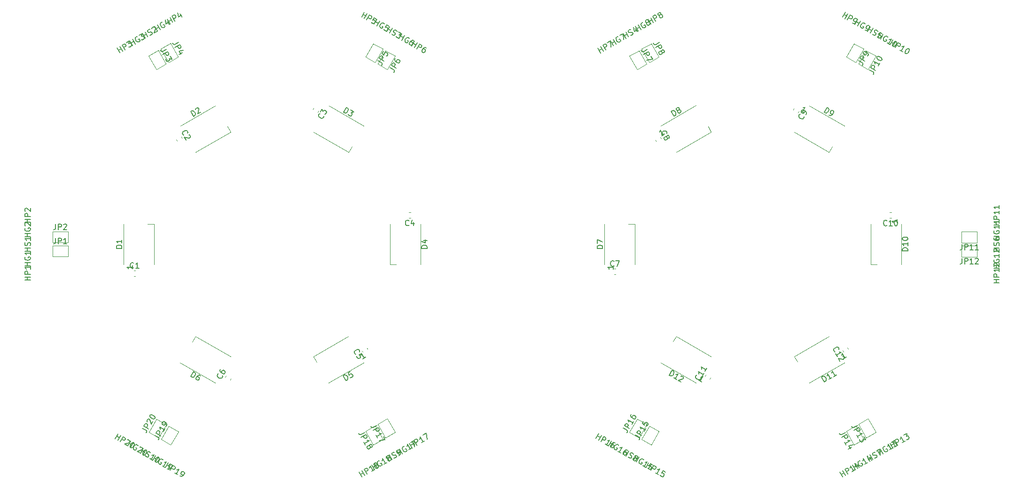
<source format=gbr>
%TF.GenerationSoftware,KiCad,Pcbnew,(5.1.9)-1*%
%TF.CreationDate,2021-06-09T00:59:48-05:00*%
%TF.ProjectId,neopixel_hexigons,6e656f70-6978-4656-9c5f-68657869676f,rev?*%
%TF.SameCoordinates,Original*%
%TF.FileFunction,Legend,Top*%
%TF.FilePolarity,Positive*%
%FSLAX46Y46*%
G04 Gerber Fmt 4.6, Leading zero omitted, Abs format (unit mm)*
G04 Created by KiCad (PCBNEW (5.1.9)-1) date 2021-06-09 00:59:48*
%MOMM*%
%LPD*%
G01*
G04 APERTURE LIST*
%ADD10C,0.120000*%
%ADD11C,0.150000*%
G04 APERTURE END LIST*
D10*
%TO.C,JP20*%
X83934365Y-132620732D02*
X82202315Y-131620732D01*
X85334365Y-130195860D02*
X83934365Y-132620732D01*
X83602315Y-129195860D02*
X85334365Y-130195860D01*
X82202315Y-131620732D02*
X83602315Y-129195860D01*
%TO.C,JP18*%
X122644984Y-133850958D02*
X121244984Y-131426086D01*
X121244984Y-131426086D02*
X122977034Y-130426086D01*
X122977034Y-130426086D02*
X124377034Y-132850958D01*
X124377034Y-132850958D02*
X122644984Y-133850958D01*
%TO.C,JP19*%
X86134069Y-133890731D02*
X84402019Y-132890731D01*
X87534069Y-131465859D02*
X86134069Y-133890731D01*
X85802019Y-130465859D02*
X87534069Y-131465859D01*
X84402019Y-132890731D02*
X85802019Y-130465859D01*
%TO.C,JP17*%
X124844689Y-132580960D02*
X123444689Y-130156088D01*
X123444689Y-130156088D02*
X125176739Y-129156088D01*
X125176739Y-129156088D02*
X126576739Y-131580960D01*
X126576739Y-131580960D02*
X124844689Y-132580960D01*
%TO.C,JP16*%
X168797089Y-131595576D02*
X170197089Y-129170704D01*
X170197089Y-129170704D02*
X171929139Y-130170704D01*
X171929139Y-130170704D02*
X170529139Y-132595576D01*
X170529139Y-132595576D02*
X168797089Y-131595576D01*
%TO.C,JP15*%
X170996792Y-132865576D02*
X172396792Y-130440704D01*
X172396792Y-130440704D02*
X174128842Y-131440704D01*
X174128842Y-131440704D02*
X172728842Y-133865576D01*
X172728842Y-133865576D02*
X170996792Y-132865576D01*
%TO.C,JP14*%
X210982200Y-132852900D02*
X209250150Y-133852900D01*
X209582200Y-130428028D02*
X210982200Y-132852900D01*
X207850150Y-131428028D02*
X209582200Y-130428028D01*
X209250150Y-133852900D02*
X207850150Y-131428028D01*
%TO.C,JP13*%
X213181903Y-131582900D02*
X211449853Y-132582900D01*
X211781903Y-129158028D02*
X213181903Y-131582900D01*
X210049853Y-130158028D02*
X211781903Y-129158028D01*
X211449853Y-132582900D02*
X210049853Y-130158028D01*
%TO.C,C7*%
X166038920Y-102156800D02*
X166320080Y-102156800D01*
X166038920Y-103176800D02*
X166320080Y-103176800D01*
%TO.C,JP8*%
X170983828Y-62533564D02*
X172715878Y-61533564D01*
X172383828Y-64958436D02*
X170983828Y-62533564D01*
X174115878Y-63958436D02*
X172383828Y-64958436D01*
X172715878Y-61533564D02*
X174115878Y-63958436D01*
%TO.C,JP7*%
X168784123Y-63803564D02*
X170516173Y-62803564D01*
X170184123Y-66228436D02*
X168784123Y-63803564D01*
X171916173Y-65228436D02*
X170184123Y-66228436D01*
X170516173Y-62803564D02*
X171916173Y-65228436D01*
%TO.C,D12*%
X177212477Y-114285192D02*
X176637477Y-115281121D01*
X183534463Y-117935192D02*
X177212477Y-114285192D01*
X180784463Y-122698332D02*
X174462477Y-119048332D01*
%TO.C,D11*%
X198462277Y-117924320D02*
X199037277Y-118920249D01*
X204784263Y-114274320D02*
X198462277Y-117924320D01*
X207534263Y-119037460D02*
X201212277Y-122687460D01*
%TO.C,D10*%
X212247511Y-101345841D02*
X213397511Y-101345841D01*
X212247511Y-94045841D02*
X212247511Y-101345841D01*
X217747511Y-94045841D02*
X217747511Y-101345841D01*
%TO.C,D9*%
X204769685Y-81118822D02*
X205344685Y-80122893D01*
X198447699Y-77468822D02*
X204769685Y-81118822D01*
X201197699Y-72705682D02*
X207519685Y-76355682D01*
%TO.C,D8*%
X183531700Y-77459760D02*
X182956700Y-76463831D01*
X177209714Y-81109760D02*
X183531700Y-77459760D01*
X174459714Y-76346620D02*
X180781700Y-72696620D01*
%TO.C,D7*%
X169767920Y-94082401D02*
X168617920Y-94082401D01*
X169767920Y-101382401D02*
X169767920Y-94082401D01*
X164267920Y-101382401D02*
X164267920Y-94082401D01*
%TO.C,C12*%
X208220463Y-116617846D02*
X208079883Y-116374354D01*
X207337117Y-117127846D02*
X207196537Y-116884354D01*
%TO.C,C11*%
X183276783Y-122042746D02*
X183417363Y-121799254D01*
X182393437Y-121532746D02*
X182534017Y-121289254D01*
%TO.C,C10*%
X215964380Y-91984100D02*
X215683220Y-91984100D01*
X215964380Y-93004100D02*
X215683220Y-93004100D01*
%TO.C,C9*%
X198409017Y-73270554D02*
X198268437Y-73514046D01*
X199292363Y-73780554D02*
X199151783Y-74024046D01*
%TO.C,C8*%
X173465337Y-78936754D02*
X173605917Y-79180246D01*
X174348683Y-78426754D02*
X174489263Y-78670246D01*
%TO.C,JP12*%
X231429948Y-99986646D02*
X228629948Y-99986646D01*
X228629948Y-99986646D02*
X228629948Y-97986646D01*
X228629948Y-97986646D02*
X231429948Y-97986646D01*
X231429948Y-97986646D02*
X231429948Y-99986646D01*
%TO.C,JP11*%
X231429948Y-97446647D02*
X228629948Y-97446647D01*
X228629948Y-97446647D02*
X228629948Y-95446647D01*
X228629948Y-95446647D02*
X231429948Y-95446647D01*
X231429948Y-95446647D02*
X231429948Y-97446647D01*
%TO.C,JP10*%
X213190671Y-63805340D02*
X211790671Y-66230212D01*
X211790671Y-66230212D02*
X210058621Y-65230212D01*
X210058621Y-65230212D02*
X211458621Y-62805340D01*
X211458621Y-62805340D02*
X213190671Y-63805340D01*
%TO.C,JP9*%
X210990967Y-62535340D02*
X209590967Y-64960212D01*
X209590967Y-64960212D02*
X207858917Y-63960212D01*
X207858917Y-63960212D02*
X209258917Y-61535340D01*
X209258917Y-61535340D02*
X210990967Y-62535340D01*
%TO.C,JP6*%
X126570459Y-63796019D02*
X125170459Y-66220891D01*
X125170459Y-66220891D02*
X123438409Y-65220891D01*
X123438409Y-65220891D02*
X124838409Y-62796019D01*
X124838409Y-62796019D02*
X126570459Y-63796019D01*
%TO.C,JP5*%
X124370755Y-62526019D02*
X122970755Y-64950891D01*
X122970755Y-64950891D02*
X121238705Y-63950891D01*
X121238705Y-63950891D02*
X122638705Y-61526019D01*
X122638705Y-61526019D02*
X124370755Y-62526019D01*
%TO.C,JP4*%
X86103543Y-61513319D02*
X87503543Y-63938191D01*
X87503543Y-63938191D02*
X85771493Y-64938191D01*
X85771493Y-64938191D02*
X84371493Y-62513319D01*
X84371493Y-62513319D02*
X86103543Y-61513319D01*
%TO.C,JP3*%
X83903839Y-62783319D02*
X85303839Y-65208191D01*
X85303839Y-65208191D02*
X83571789Y-66208191D01*
X83571789Y-66208191D02*
X82171789Y-63783319D01*
X82171789Y-63783319D02*
X83903839Y-62783319D01*
%TO.C,D6*%
X90603317Y-114288321D02*
X90028317Y-115284250D01*
X96925303Y-117938321D02*
X90603317Y-114288321D01*
X94175303Y-122701461D02*
X87853317Y-119051461D01*
%TO.C,D1*%
X83153500Y-94052200D02*
X82003500Y-94052200D01*
X83153500Y-101352200D02*
X83153500Y-94052200D01*
X77653500Y-101352200D02*
X77653500Y-94052200D01*
%TO.C,C1*%
X79488420Y-103507000D02*
X79769580Y-103507000D01*
X79488420Y-102487000D02*
X79769580Y-102487000D01*
%TO.C,D2*%
X96941193Y-77480470D02*
X96366193Y-76484541D01*
X90619207Y-81130470D02*
X96941193Y-77480470D01*
X87869207Y-76367330D02*
X94191193Y-72717330D01*
%TO.C,C6*%
X96861133Y-122206666D02*
X97001713Y-121963174D01*
X95977787Y-121696666D02*
X96118367Y-121453174D01*
%TO.C,C5*%
X121625363Y-116632476D02*
X121484783Y-116388984D01*
X120742017Y-117142476D02*
X120601437Y-116898984D01*
%TO.C,D5*%
X111849594Y-117931472D02*
X112424594Y-118927401D01*
X118171580Y-114281472D02*
X111849594Y-117931472D01*
X120921580Y-119044612D02*
X114599594Y-122694612D01*
%TO.C,C4*%
X129370235Y-92990163D02*
X129089075Y-92990163D01*
X129370235Y-91970163D02*
X129089075Y-91970163D01*
%TO.C,D4*%
X131141656Y-94048762D02*
X131141656Y-101348762D01*
X125641656Y-94048762D02*
X125641656Y-101348762D01*
X125641656Y-101348762D02*
X126791656Y-101348762D01*
%TO.C,C3*%
X111896617Y-73156254D02*
X111756037Y-73399746D01*
X112779963Y-73666254D02*
X112639383Y-73909746D01*
%TO.C,D3*%
X118194193Y-81130470D02*
X118769193Y-80134541D01*
X111872207Y-77480470D02*
X118194193Y-81130470D01*
X114622207Y-72717330D02*
X120944193Y-76367330D01*
%TO.C,C2*%
X87156137Y-78860554D02*
X87296717Y-79104046D01*
X88039483Y-78350554D02*
X88180063Y-78594046D01*
%TO.C,JP2*%
X64843200Y-97418400D02*
X64843200Y-95418400D01*
X67643200Y-97418400D02*
X64843200Y-97418400D01*
X67643200Y-95418400D02*
X67643200Y-97418400D01*
X64843200Y-95418400D02*
X67643200Y-95418400D01*
%TO.C,JP1*%
X64843200Y-99958400D02*
X64843200Y-97958400D01*
X67643200Y-99958400D02*
X64843200Y-99958400D01*
X67643200Y-97958400D02*
X67643200Y-99958400D01*
X64843200Y-97958400D02*
X67643200Y-97958400D01*
%TO.C,JP20*%
D11*
X81080480Y-130868567D02*
X81699069Y-131225710D01*
X81798978Y-131338378D01*
X81833837Y-131468475D01*
X81803648Y-131616003D01*
X81756029Y-131698481D01*
X82184600Y-130956174D02*
X81318575Y-130456174D01*
X81509051Y-130126259D01*
X81597909Y-130067590D01*
X81662958Y-130050161D01*
X81769246Y-130056540D01*
X81892964Y-130127969D01*
X81951633Y-130216827D01*
X81969063Y-130281876D01*
X81962683Y-130388164D01*
X81772207Y-130718079D01*
X81877244Y-129679007D02*
X81859814Y-129613958D01*
X81866194Y-129507670D01*
X81985241Y-129301473D01*
X82074100Y-129242804D01*
X82139149Y-129225374D01*
X82245437Y-129231754D01*
X82327915Y-129279373D01*
X82427824Y-129392041D01*
X82636981Y-130172627D01*
X82946505Y-129636516D01*
X82390003Y-128600405D02*
X82437622Y-128517926D01*
X82526481Y-128459257D01*
X82591530Y-128441828D01*
X82697818Y-128448207D01*
X82886585Y-128502206D01*
X83092781Y-128621254D01*
X83233929Y-128757731D01*
X83292598Y-128846590D01*
X83310028Y-128911638D01*
X83303648Y-129017926D01*
X83256029Y-129100405D01*
X83167170Y-129159074D01*
X83102122Y-129176504D01*
X82995833Y-129170124D01*
X82807067Y-129116125D01*
X82600870Y-128997078D01*
X82459723Y-128860600D01*
X82401053Y-128771742D01*
X82383624Y-128706693D01*
X82390003Y-128600405D01*
%TO.C,HP19*%
X85172961Y-137953228D02*
X85672961Y-137087203D01*
X85434866Y-137499596D02*
X85929738Y-137785310D01*
X85667833Y-138238943D02*
X86167833Y-137372917D01*
X86080226Y-138477038D02*
X86580226Y-137611012D01*
X86910141Y-137801489D01*
X86968810Y-137890347D01*
X86986239Y-137955396D01*
X86979860Y-138061684D01*
X86908431Y-138185402D01*
X86819573Y-138244071D01*
X86754524Y-138261501D01*
X86648236Y-138255121D01*
X86318321Y-138064645D01*
X87399884Y-139238943D02*
X86905012Y-138953228D01*
X87152448Y-139096085D02*
X87652448Y-138230060D01*
X87498541Y-138306159D01*
X87368443Y-138341018D01*
X87262155Y-138334639D01*
X87812277Y-139477038D02*
X87977234Y-139572276D01*
X88083522Y-139578656D01*
X88148571Y-139561226D01*
X88302478Y-139485127D01*
X88438956Y-139343979D01*
X88629432Y-139014065D01*
X88635812Y-138907777D01*
X88618382Y-138842728D01*
X88559713Y-138753870D01*
X88394756Y-138658631D01*
X88288467Y-138652252D01*
X88223419Y-138669681D01*
X88134560Y-138728351D01*
X88015513Y-138934547D01*
X88009133Y-139040835D01*
X88026563Y-139105884D01*
X88085232Y-139194742D01*
X88250189Y-139289981D01*
X88356477Y-139296360D01*
X88421526Y-139278930D01*
X88510384Y-139220261D01*
%TO.C,JP18*%
X121071653Y-131630631D02*
X120453063Y-131987774D01*
X120305536Y-132017963D01*
X120175438Y-131983104D01*
X120062770Y-131883195D01*
X120015151Y-131800717D01*
X120443722Y-132543024D02*
X121309748Y-132043024D01*
X121500224Y-132372939D01*
X121506604Y-132479227D01*
X121489174Y-132544276D01*
X121430505Y-132633134D01*
X121306787Y-132704562D01*
X121200499Y-132710942D01*
X121135450Y-132693512D01*
X121046592Y-132634843D01*
X120856115Y-132304929D01*
X121205627Y-133862682D02*
X120919913Y-133367810D01*
X121062770Y-133615246D02*
X121928795Y-133115246D01*
X121757458Y-133104196D01*
X121627361Y-133069336D01*
X121538502Y-133010667D01*
X121986213Y-134071839D02*
X121979833Y-133965551D01*
X121997263Y-133900502D01*
X122055932Y-133811644D01*
X122097172Y-133787834D01*
X122203460Y-133781455D01*
X122268509Y-133798884D01*
X122357367Y-133857554D01*
X122452605Y-134022511D01*
X122458985Y-134128799D01*
X122441555Y-134193848D01*
X122382886Y-134282706D01*
X122341647Y-134306516D01*
X122235358Y-134312895D01*
X122170310Y-134295466D01*
X122081451Y-134236796D01*
X121986213Y-134071839D01*
X121897355Y-134013170D01*
X121832306Y-133995740D01*
X121726018Y-134002120D01*
X121561061Y-134097358D01*
X121502392Y-134186217D01*
X121484962Y-134251265D01*
X121491341Y-134357554D01*
X121586580Y-134522511D01*
X121675438Y-134581180D01*
X121740487Y-134598610D01*
X121846775Y-134592230D01*
X122011732Y-134496992D01*
X122070401Y-134408133D01*
X122087831Y-134343085D01*
X122081451Y-134236796D01*
%TO.C,HG19*%
X82918264Y-136651478D02*
X83418264Y-135785453D01*
X83180169Y-136197846D02*
X83675041Y-136483560D01*
X83413136Y-136937193D02*
X83913136Y-136071167D01*
X84755352Y-136612406D02*
X84696683Y-136523548D01*
X84572965Y-136452120D01*
X84425437Y-136421930D01*
X84295340Y-136456790D01*
X84206481Y-136515459D01*
X84070004Y-136656607D01*
X83998576Y-136780325D01*
X83944577Y-136969091D01*
X83938197Y-137075379D01*
X83973057Y-137205477D01*
X84072965Y-137318145D01*
X84155444Y-137365764D01*
X84302971Y-137395953D01*
X84368020Y-137378523D01*
X84534686Y-137089848D01*
X84369729Y-136994610D01*
X85145187Y-137937193D02*
X84650315Y-137651478D01*
X84897751Y-137794335D02*
X85397751Y-136928310D01*
X85243844Y-137004409D01*
X85113746Y-137039268D01*
X85007458Y-137032889D01*
X85557580Y-138175288D02*
X85722537Y-138270526D01*
X85828825Y-138276906D01*
X85893874Y-138259476D01*
X86047781Y-138183377D01*
X86184259Y-138042229D01*
X86374735Y-137712315D01*
X86381115Y-137606027D01*
X86363685Y-137540978D01*
X86305016Y-137452120D01*
X86140059Y-137356881D01*
X86033770Y-137350502D01*
X85968722Y-137367931D01*
X85879863Y-137426601D01*
X85760816Y-137632797D01*
X85754436Y-137739085D01*
X85771866Y-137804134D01*
X85830535Y-137892992D01*
X85995492Y-137988231D01*
X86101780Y-137994610D01*
X86166829Y-137977180D01*
X86255687Y-137918511D01*
%TO.C,HG20*%
X78408870Y-134047979D02*
X78908870Y-133181954D01*
X78670775Y-133594347D02*
X79165647Y-133880061D01*
X78903742Y-134333694D02*
X79403742Y-133467668D01*
X80245958Y-134008907D02*
X80187289Y-133920049D01*
X80063571Y-133848621D01*
X79916043Y-133818431D01*
X79785946Y-133853291D01*
X79697087Y-133911960D01*
X79560610Y-134053108D01*
X79489182Y-134176826D01*
X79435183Y-134365592D01*
X79428803Y-134471880D01*
X79463663Y-134601978D01*
X79563571Y-134714646D01*
X79646050Y-134762265D01*
X79793577Y-134792454D01*
X79858626Y-134775024D01*
X80025292Y-134486349D01*
X79860335Y-134391111D01*
X80593302Y-134264432D02*
X80658351Y-134247003D01*
X80764639Y-134253382D01*
X80970836Y-134372430D01*
X81029505Y-134461288D01*
X81046935Y-134526337D01*
X81040555Y-134632625D01*
X80992936Y-134715104D01*
X80880268Y-134815012D01*
X80099682Y-135024170D01*
X80635793Y-135333694D01*
X81671904Y-134777192D02*
X81754382Y-134824811D01*
X81813052Y-134913669D01*
X81830481Y-134978718D01*
X81824102Y-135085006D01*
X81770103Y-135273773D01*
X81651055Y-135479970D01*
X81514578Y-135621117D01*
X81425719Y-135679786D01*
X81360671Y-135697216D01*
X81254382Y-135690836D01*
X81171904Y-135643217D01*
X81113235Y-135554359D01*
X81095805Y-135489310D01*
X81102185Y-135383022D01*
X81156183Y-135194255D01*
X81275231Y-134988059D01*
X81411709Y-134846911D01*
X81500567Y-134788242D01*
X81565616Y-134770812D01*
X81671904Y-134777192D01*
%TO.C,HP20*%
X76154172Y-132746229D02*
X76654172Y-131880204D01*
X76416077Y-132292597D02*
X76910949Y-132578311D01*
X76649044Y-133031944D02*
X77149044Y-132165918D01*
X77061437Y-133270039D02*
X77561437Y-132404013D01*
X77891352Y-132594490D01*
X77950021Y-132683348D01*
X77967450Y-132748397D01*
X77961071Y-132854685D01*
X77889642Y-132978403D01*
X77800784Y-133037072D01*
X77735735Y-133054502D01*
X77629447Y-133048122D01*
X77299532Y-132857646D01*
X78338604Y-132962682D02*
X78403653Y-132945253D01*
X78509941Y-132951632D01*
X78716138Y-133070680D01*
X78774807Y-133159538D01*
X78792237Y-133224587D01*
X78785857Y-133330875D01*
X78738238Y-133413354D01*
X78625570Y-133513262D01*
X77844984Y-133722420D01*
X78381095Y-134031944D01*
X79417206Y-133475442D02*
X79499684Y-133523061D01*
X79558354Y-133611919D01*
X79575783Y-133676968D01*
X79569404Y-133783256D01*
X79515405Y-133972023D01*
X79396357Y-134178220D01*
X79259880Y-134319367D01*
X79171021Y-134378036D01*
X79105973Y-134395466D01*
X78999684Y-134389086D01*
X78917206Y-134341467D01*
X78858537Y-134252609D01*
X78841107Y-134187560D01*
X78847487Y-134081272D01*
X78901485Y-133892505D01*
X79020533Y-133686309D01*
X79157011Y-133545161D01*
X79245869Y-133486492D01*
X79310918Y-133469062D01*
X79417206Y-133475442D01*
%TO.C,HG17*%
X127359713Y-135746303D02*
X126859713Y-134880277D01*
X127097809Y-135292670D02*
X127592680Y-135006956D01*
X127854585Y-135460588D02*
X127354585Y-134594563D01*
X128244420Y-134135802D02*
X128138132Y-134142182D01*
X128014414Y-134213610D01*
X127914505Y-134326278D01*
X127879646Y-134456376D01*
X127886026Y-134562664D01*
X127940024Y-134751431D01*
X128011453Y-134875149D01*
X128147930Y-135016296D01*
X128236789Y-135074966D01*
X128366886Y-135109825D01*
X128514414Y-135079636D01*
X128596892Y-135032017D01*
X128696801Y-134919349D01*
X128714231Y-134854300D01*
X128547564Y-134565625D01*
X128382607Y-134660863D01*
X129586636Y-134460588D02*
X129091764Y-134746303D01*
X129339200Y-134603445D02*
X128839200Y-133737420D01*
X128828150Y-133908757D01*
X128793290Y-134038855D01*
X128734621Y-134127713D01*
X129375311Y-133427896D02*
X129952661Y-133094563D01*
X130081507Y-134174874D01*
%TO.C,HG18*%
X122850319Y-138349804D02*
X122350319Y-137483778D01*
X122588415Y-137896171D02*
X123083286Y-137610457D01*
X123345191Y-138064089D02*
X122845191Y-137198064D01*
X123735026Y-136739303D02*
X123628738Y-136745683D01*
X123505020Y-136817111D01*
X123405111Y-136929779D01*
X123370252Y-137059877D01*
X123376632Y-137166165D01*
X123430630Y-137354932D01*
X123502059Y-137478650D01*
X123638536Y-137619797D01*
X123727395Y-137678467D01*
X123857492Y-137713326D01*
X124005020Y-137683137D01*
X124087498Y-137635518D01*
X124187407Y-137522850D01*
X124204837Y-137457801D01*
X124038170Y-137169126D01*
X123873213Y-137264364D01*
X125077242Y-137064089D02*
X124582370Y-137349804D01*
X124829806Y-137206946D02*
X124329806Y-136340921D01*
X124318756Y-136512258D01*
X124283896Y-136642356D01*
X124225227Y-136731214D01*
X125286399Y-136283503D02*
X125180111Y-136289883D01*
X125115062Y-136272453D01*
X125026204Y-136213784D01*
X125002394Y-136172545D01*
X124996015Y-136066257D01*
X125013444Y-136001208D01*
X125072113Y-135912350D01*
X125237071Y-135817111D01*
X125343359Y-135810732D01*
X125408408Y-135828161D01*
X125497266Y-135886831D01*
X125521076Y-135928070D01*
X125527455Y-136034358D01*
X125510025Y-136099407D01*
X125451356Y-136188265D01*
X125286399Y-136283503D01*
X125227730Y-136372362D01*
X125210300Y-136437410D01*
X125216680Y-136543699D01*
X125311918Y-136708656D01*
X125400777Y-136767325D01*
X125465825Y-136784755D01*
X125572113Y-136778375D01*
X125737071Y-136683137D01*
X125795740Y-136594278D01*
X125813170Y-136529230D01*
X125806790Y-136422942D01*
X125711552Y-136257984D01*
X125622693Y-136199315D01*
X125557645Y-136181885D01*
X125451356Y-136188265D01*
%TO.C,HS10*%
X80684187Y-135361634D02*
X81184187Y-134495609D01*
X80946092Y-134908002D02*
X81440963Y-135193716D01*
X81179059Y-135647348D02*
X81679059Y-134781323D01*
X81574022Y-135820395D02*
X81673930Y-135933063D01*
X81880127Y-136052110D01*
X81986415Y-136058490D01*
X82051464Y-136041060D01*
X82140322Y-135982391D01*
X82187941Y-135899912D01*
X82194321Y-135793624D01*
X82176891Y-135728576D01*
X82118222Y-135639717D01*
X81977074Y-135503240D01*
X81918405Y-135414381D01*
X81900976Y-135349333D01*
X81907355Y-135243044D01*
X81954974Y-135160566D01*
X82043833Y-135101897D01*
X82108882Y-135084467D01*
X82215170Y-135090847D01*
X82421366Y-135209894D01*
X82521275Y-135322562D01*
X82869870Y-136623539D02*
X82374999Y-136337825D01*
X82622434Y-136480682D02*
X83122434Y-135614656D01*
X82968527Y-135690755D01*
X82838430Y-135725615D01*
X82732141Y-135719235D01*
X83905981Y-136067037D02*
X83988460Y-136114656D01*
X84047129Y-136203515D01*
X84064559Y-136268563D01*
X84058179Y-136374852D01*
X84004180Y-136563618D01*
X83885132Y-136769815D01*
X83748655Y-136910963D01*
X83659797Y-136969632D01*
X83594748Y-136987061D01*
X83488460Y-136980682D01*
X83405981Y-136933063D01*
X83347312Y-136844204D01*
X83329882Y-136779155D01*
X83336262Y-136672867D01*
X83390261Y-136484101D01*
X83509308Y-136277904D01*
X83645786Y-136136756D01*
X83734644Y-136078087D01*
X83799693Y-136060657D01*
X83905981Y-136067037D01*
%TO.C,HP17*%
X129614410Y-134444552D02*
X129114410Y-133578526D01*
X129352506Y-133990919D02*
X129847377Y-133705205D01*
X130109282Y-134158837D02*
X129609282Y-133292812D01*
X130521675Y-133920742D02*
X130021675Y-133054717D01*
X130351589Y-132864240D01*
X130457878Y-132857861D01*
X130522926Y-132875290D01*
X130611785Y-132933960D01*
X130683213Y-133057677D01*
X130689593Y-133163966D01*
X130672163Y-133229014D01*
X130613494Y-133317873D01*
X130283580Y-133508349D01*
X131841333Y-133158837D02*
X131346461Y-133444552D01*
X131593897Y-133301694D02*
X131093897Y-132435669D01*
X131082847Y-132607006D01*
X131047987Y-132737104D01*
X130989318Y-132825962D01*
X131630008Y-132126145D02*
X132207358Y-131792812D01*
X132336204Y-132873123D01*
%TO.C,HP18*%
X120595622Y-139651554D02*
X120095622Y-138785528D01*
X120333718Y-139197921D02*
X120828589Y-138912207D01*
X121090494Y-139365839D02*
X120590494Y-138499814D01*
X121502887Y-139127744D02*
X121002887Y-138261719D01*
X121332801Y-138071242D01*
X121439090Y-138064863D01*
X121504138Y-138082292D01*
X121592997Y-138140962D01*
X121664425Y-138264679D01*
X121670805Y-138370968D01*
X121653375Y-138436016D01*
X121594706Y-138524875D01*
X121264792Y-138715351D01*
X122822545Y-138365839D02*
X122327673Y-138651554D01*
X122575109Y-138508696D02*
X122075109Y-137642671D01*
X122064059Y-137814008D01*
X122029199Y-137944106D01*
X121970530Y-138032964D01*
X123031702Y-137585253D02*
X122925414Y-137591633D01*
X122860365Y-137574203D01*
X122771507Y-137515534D01*
X122747697Y-137474295D01*
X122741318Y-137368007D01*
X122758747Y-137302958D01*
X122817416Y-137214100D01*
X122982374Y-137118861D01*
X123088662Y-137112482D01*
X123153711Y-137129911D01*
X123242569Y-137188581D01*
X123266379Y-137229820D01*
X123272758Y-137336108D01*
X123255328Y-137401157D01*
X123196659Y-137490015D01*
X123031702Y-137585253D01*
X122973033Y-137674112D01*
X122955603Y-137739160D01*
X122961983Y-137845449D01*
X123057221Y-138010406D01*
X123146080Y-138069075D01*
X123211128Y-138086505D01*
X123317416Y-138080125D01*
X123482374Y-137984887D01*
X123541043Y-137896028D01*
X123558473Y-137830980D01*
X123552093Y-137724692D01*
X123456855Y-137559734D01*
X123367996Y-137501065D01*
X123302948Y-137483635D01*
X123196659Y-137490015D01*
%TO.C,JP19*%
X83280184Y-132138566D02*
X83898773Y-132495709D01*
X83998682Y-132608377D01*
X84033541Y-132738474D01*
X84003352Y-132886002D01*
X83955733Y-132968480D01*
X84384304Y-132226173D02*
X83518279Y-131726173D01*
X83708755Y-131396258D01*
X83797613Y-131337589D01*
X83862662Y-131320160D01*
X83968950Y-131326539D01*
X84092668Y-131397968D01*
X84151337Y-131486826D01*
X84168767Y-131551875D01*
X84162387Y-131658163D01*
X83971911Y-131988078D01*
X85146209Y-130906515D02*
X84860495Y-131401387D01*
X85003352Y-131153951D02*
X84137326Y-130653951D01*
X84213425Y-130807858D01*
X84248285Y-130937956D01*
X84241905Y-131044244D01*
X85384304Y-130494122D02*
X85479542Y-130329165D01*
X85485922Y-130222877D01*
X85468492Y-130157828D01*
X85392393Y-130003921D01*
X85251246Y-129867443D01*
X84921331Y-129676967D01*
X84815043Y-129670587D01*
X84749994Y-129688017D01*
X84661136Y-129746686D01*
X84565898Y-129911643D01*
X84559518Y-130017932D01*
X84576948Y-130082980D01*
X84635617Y-130171839D01*
X84841814Y-130290886D01*
X84948102Y-130297266D01*
X85013150Y-130279836D01*
X85102009Y-130221167D01*
X85197247Y-130056210D01*
X85203627Y-129949922D01*
X85186197Y-129884873D01*
X85127528Y-129796015D01*
%TO.C,HS9*%
X125538029Y-136798054D02*
X125038029Y-135932028D01*
X125276124Y-136344421D02*
X125770996Y-136058707D01*
X126032901Y-136512339D02*
X125532901Y-135646314D01*
X126380245Y-136256814D02*
X126527772Y-136226625D01*
X126733969Y-136107577D01*
X126792638Y-136018719D01*
X126810068Y-135953670D01*
X126803688Y-135847382D01*
X126756069Y-135764903D01*
X126667211Y-135706234D01*
X126602162Y-135688805D01*
X126495874Y-135695184D01*
X126307107Y-135749183D01*
X126200819Y-135755563D01*
X126135770Y-135738133D01*
X126046912Y-135679464D01*
X125999293Y-135596985D01*
X125992913Y-135490697D01*
X126010343Y-135425648D01*
X126069012Y-135336790D01*
X126275208Y-135217742D01*
X126422736Y-135187553D01*
X127311319Y-135774244D02*
X127476276Y-135679006D01*
X127534945Y-135590148D01*
X127552375Y-135525099D01*
X127563425Y-135353762D01*
X127509426Y-135164995D01*
X127318950Y-134835081D01*
X127230092Y-134776411D01*
X127165043Y-134758982D01*
X127058755Y-134765361D01*
X126893798Y-134860600D01*
X126835129Y-134949458D01*
X126817699Y-135014507D01*
X126824079Y-135120795D01*
X126943126Y-135326991D01*
X127031985Y-135385660D01*
X127097033Y-135403090D01*
X127203322Y-135396711D01*
X127368279Y-135301472D01*
X127426948Y-135212614D01*
X127444378Y-135147565D01*
X127437998Y-135041277D01*
%TO.C,JP17*%
X123271358Y-130360633D02*
X122652768Y-130717776D01*
X122505241Y-130747965D01*
X122375143Y-130713106D01*
X122262475Y-130613197D01*
X122214856Y-130530719D01*
X122643427Y-131273026D02*
X123509453Y-130773026D01*
X123699929Y-131102941D01*
X123706309Y-131209229D01*
X123688879Y-131274278D01*
X123630210Y-131363136D01*
X123506492Y-131434564D01*
X123400204Y-131440944D01*
X123335155Y-131423514D01*
X123246297Y-131364845D01*
X123055820Y-131034931D01*
X123405332Y-132592684D02*
X123119618Y-132097812D01*
X123262475Y-132345248D02*
X124128500Y-131845248D01*
X123957163Y-131834198D01*
X123827066Y-131799338D01*
X123738207Y-131740669D01*
X124438024Y-132381359D02*
X124771358Y-132958709D01*
X123691046Y-133087556D01*
%TO.C,JP16*%
X167675254Y-130843411D02*
X168293843Y-131200554D01*
X168393752Y-131313222D01*
X168428611Y-131443319D01*
X168398422Y-131590847D01*
X168350803Y-131673325D01*
X168779374Y-130931018D02*
X167913349Y-130431018D01*
X168103825Y-130101103D01*
X168192683Y-130042434D01*
X168257732Y-130025005D01*
X168364020Y-130031384D01*
X168487738Y-130102813D01*
X168546407Y-130191671D01*
X168563837Y-130256720D01*
X168557457Y-130363008D01*
X168366981Y-130692923D01*
X169541279Y-129611360D02*
X169255565Y-130106232D01*
X169398422Y-129858796D02*
X168532396Y-129358796D01*
X168608495Y-129512703D01*
X168643355Y-129642801D01*
X168636975Y-129749089D01*
X169103825Y-128369053D02*
X169008587Y-128534010D01*
X169002207Y-128640298D01*
X169019637Y-128705347D01*
X169095736Y-128859254D01*
X169236884Y-128995731D01*
X169566798Y-129186208D01*
X169673086Y-129192587D01*
X169738135Y-129175157D01*
X169826993Y-129116488D01*
X169922231Y-128951531D01*
X169928611Y-128845243D01*
X169911181Y-128780194D01*
X169852512Y-128691336D01*
X169646316Y-128572288D01*
X169540028Y-128565908D01*
X169474979Y-128583338D01*
X169386120Y-128642007D01*
X169290882Y-128806965D01*
X169284503Y-128913253D01*
X169301932Y-128978302D01*
X169360601Y-129067160D01*
%TO.C,HG15*%
X169513038Y-136626323D02*
X170013038Y-135760298D01*
X169774943Y-136172691D02*
X170269815Y-136458405D01*
X170007910Y-136912038D02*
X170507910Y-136046012D01*
X171350126Y-136587251D02*
X171291457Y-136498393D01*
X171167739Y-136426965D01*
X171020211Y-136396775D01*
X170890114Y-136431635D01*
X170801255Y-136490304D01*
X170664778Y-136631452D01*
X170593350Y-136755170D01*
X170539351Y-136943936D01*
X170532971Y-137050224D01*
X170567831Y-137180322D01*
X170667739Y-137292990D01*
X170750218Y-137340609D01*
X170897745Y-137370798D01*
X170962794Y-137353368D01*
X171129460Y-137064693D01*
X170964503Y-136969455D01*
X171739961Y-137912038D02*
X171245089Y-137626323D01*
X171492525Y-137769180D02*
X171992525Y-136903155D01*
X171838618Y-136979254D01*
X171708520Y-137014113D01*
X171602232Y-137007734D01*
X173023508Y-137498393D02*
X172611115Y-137260298D01*
X172331780Y-137648881D01*
X172396829Y-137631452D01*
X172503117Y-137637831D01*
X172709314Y-137756879D01*
X172767983Y-137845737D01*
X172785412Y-137910786D01*
X172779033Y-138017074D01*
X172659985Y-138223271D01*
X172571127Y-138281940D01*
X172506078Y-138299370D01*
X172399790Y-138292990D01*
X172193593Y-138173942D01*
X172134924Y-138085084D01*
X172117494Y-138020035D01*
%TO.C,HG16*%
X165003643Y-134022823D02*
X165503643Y-133156798D01*
X165265548Y-133569191D02*
X165760420Y-133854905D01*
X165498515Y-134308538D02*
X165998515Y-133442512D01*
X166840731Y-133983751D02*
X166782062Y-133894893D01*
X166658344Y-133823465D01*
X166510816Y-133793275D01*
X166380719Y-133828135D01*
X166291860Y-133886804D01*
X166155383Y-134027952D01*
X166083955Y-134151670D01*
X166029956Y-134340436D01*
X166023576Y-134446724D01*
X166058436Y-134576822D01*
X166158344Y-134689490D01*
X166240823Y-134737109D01*
X166388350Y-134767298D01*
X166453399Y-134749868D01*
X166620065Y-134461193D01*
X166455108Y-134365955D01*
X167230566Y-135308538D02*
X166735694Y-135022823D01*
X166983130Y-135165680D02*
X167483130Y-134299655D01*
X167329223Y-134375754D01*
X167199125Y-134410613D01*
X167092837Y-134404234D01*
X168472873Y-134871084D02*
X168307916Y-134775845D01*
X168201628Y-134769466D01*
X168136579Y-134786896D01*
X167982672Y-134862994D01*
X167846195Y-135004142D01*
X167655718Y-135334057D01*
X167649339Y-135440345D01*
X167666768Y-135505393D01*
X167725438Y-135594252D01*
X167890395Y-135689490D01*
X167996683Y-135695870D01*
X168061732Y-135678440D01*
X168150590Y-135619771D01*
X168269638Y-135413574D01*
X168276017Y-135307286D01*
X168258588Y-135242237D01*
X168199919Y-135153379D01*
X168034961Y-135058141D01*
X167928673Y-135051761D01*
X167863624Y-135069191D01*
X167774766Y-135127860D01*
%TO.C,HP15*%
X171767734Y-137928072D02*
X172267734Y-137062047D01*
X172029639Y-137474440D02*
X172524511Y-137760154D01*
X172262606Y-138213787D02*
X172762606Y-137347761D01*
X172674999Y-138451882D02*
X173174999Y-137585856D01*
X173504914Y-137776333D01*
X173563583Y-137865191D01*
X173581012Y-137930240D01*
X173574633Y-138036528D01*
X173503204Y-138160246D01*
X173414346Y-138218915D01*
X173349297Y-138236345D01*
X173243009Y-138229965D01*
X172913094Y-138039489D01*
X173994657Y-139213787D02*
X173499785Y-138928072D01*
X173747221Y-139070929D02*
X174247221Y-138204904D01*
X174093314Y-138281003D01*
X173963216Y-138315862D01*
X173856928Y-138309483D01*
X175278204Y-138800142D02*
X174865811Y-138562047D01*
X174586476Y-138950630D01*
X174651525Y-138933201D01*
X174757813Y-138939580D01*
X174964010Y-139058628D01*
X175022679Y-139147486D01*
X175040108Y-139212535D01*
X175033729Y-139318823D01*
X174914681Y-139525020D01*
X174825823Y-139583689D01*
X174760774Y-139601119D01*
X174654486Y-139594739D01*
X174448289Y-139475691D01*
X174389620Y-139386833D01*
X174372190Y-139321784D01*
%TO.C,HP16*%
X162748946Y-132721073D02*
X163248946Y-131855048D01*
X163010851Y-132267441D02*
X163505723Y-132553155D01*
X163243818Y-133006788D02*
X163743818Y-132140762D01*
X163656211Y-133244883D02*
X164156211Y-132378857D01*
X164486126Y-132569334D01*
X164544795Y-132658192D01*
X164562224Y-132723241D01*
X164555845Y-132829529D01*
X164484416Y-132953247D01*
X164395558Y-133011916D01*
X164330509Y-133029346D01*
X164224221Y-133022966D01*
X163894306Y-132832490D01*
X164975869Y-134006788D02*
X164480997Y-133721073D01*
X164728433Y-133863930D02*
X165228433Y-132997905D01*
X165074526Y-133074004D01*
X164944428Y-133108863D01*
X164838140Y-133102484D01*
X166218176Y-133569334D02*
X166053219Y-133474095D01*
X165946931Y-133467716D01*
X165881882Y-133485146D01*
X165727975Y-133561244D01*
X165591498Y-133702392D01*
X165401021Y-134032307D01*
X165394642Y-134138595D01*
X165412071Y-134203643D01*
X165470741Y-134292502D01*
X165635698Y-134387740D01*
X165741986Y-134394120D01*
X165807035Y-134376690D01*
X165895893Y-134318021D01*
X166014941Y-134111824D01*
X166021320Y-134005536D01*
X166003891Y-133940487D01*
X165945222Y-133851629D01*
X165780264Y-133756391D01*
X165673976Y-133750011D01*
X165608927Y-133767441D01*
X165520069Y-133826110D01*
%TO.C,HS8*%
X167691353Y-135574573D02*
X168191353Y-134708548D01*
X167953258Y-135120941D02*
X168448130Y-135406655D01*
X168186225Y-135860288D02*
X168686225Y-134994262D01*
X168581188Y-136033334D02*
X168681096Y-136146002D01*
X168887293Y-136265049D01*
X168993581Y-136271429D01*
X169058630Y-136253999D01*
X169147488Y-136195330D01*
X169195107Y-136112852D01*
X169201487Y-136006564D01*
X169184057Y-135941515D01*
X169125388Y-135852656D01*
X168984240Y-135716179D01*
X168925571Y-135627321D01*
X168908142Y-135562272D01*
X168914521Y-135455984D01*
X168962140Y-135373505D01*
X169050999Y-135314836D01*
X169116048Y-135297406D01*
X169222336Y-135303786D01*
X169428532Y-135422834D01*
X169528441Y-135535501D01*
X169832836Y-136151130D02*
X169774167Y-136062272D01*
X169756737Y-135997223D01*
X169763117Y-135890935D01*
X169786927Y-135849696D01*
X169875785Y-135791026D01*
X169940834Y-135773597D01*
X170047122Y-135779976D01*
X170212079Y-135875215D01*
X170270748Y-135964073D01*
X170288178Y-136029122D01*
X170281798Y-136135410D01*
X170257989Y-136176649D01*
X170169130Y-136235318D01*
X170104081Y-136252748D01*
X169997793Y-136246368D01*
X169832836Y-136151130D01*
X169726548Y-136144750D01*
X169661499Y-136162180D01*
X169572641Y-136220849D01*
X169477403Y-136385807D01*
X169471023Y-136492095D01*
X169488453Y-136557143D01*
X169547122Y-136646002D01*
X169712079Y-136741240D01*
X169818367Y-136747620D01*
X169883416Y-136730190D01*
X169972274Y-136671521D01*
X170067512Y-136506564D01*
X170073892Y-136400275D01*
X170056462Y-136335227D01*
X169997793Y-136246368D01*
%TO.C,JP15*%
X169874957Y-132113411D02*
X170493546Y-132470554D01*
X170593455Y-132583222D01*
X170628314Y-132713319D01*
X170598125Y-132860847D01*
X170550506Y-132943325D01*
X170979077Y-132201018D02*
X170113052Y-131701018D01*
X170303528Y-131371103D01*
X170392386Y-131312434D01*
X170457435Y-131295005D01*
X170563723Y-131301384D01*
X170687441Y-131372813D01*
X170746110Y-131461671D01*
X170763540Y-131526720D01*
X170757160Y-131633008D01*
X170566684Y-131962923D01*
X171740982Y-130881360D02*
X171455268Y-131376232D01*
X171598125Y-131128796D02*
X170732099Y-130628796D01*
X170808198Y-130782703D01*
X170843058Y-130912801D01*
X170836678Y-131019089D01*
X171327338Y-129597813D02*
X171089242Y-130010206D01*
X171477826Y-130289541D01*
X171460396Y-130224492D01*
X171466776Y-130118204D01*
X171585823Y-129912007D01*
X171674682Y-129853338D01*
X171739731Y-129835908D01*
X171846019Y-129842288D01*
X172052215Y-129961336D01*
X172110884Y-130050194D01*
X172128314Y-130115243D01*
X172121934Y-130221531D01*
X172002887Y-130427728D01*
X171914028Y-130486397D01*
X171848980Y-130503827D01*
%TO.C,HG13*%
X213964878Y-135748242D02*
X213464878Y-134882216D01*
X213702974Y-135294609D02*
X214197845Y-135008895D01*
X214459750Y-135462527D02*
X213959750Y-134596502D01*
X214849585Y-134137741D02*
X214743297Y-134144121D01*
X214619579Y-134215549D01*
X214519670Y-134328217D01*
X214484811Y-134458315D01*
X214491191Y-134564603D01*
X214545189Y-134753370D01*
X214616618Y-134877088D01*
X214753095Y-135018235D01*
X214841954Y-135076905D01*
X214972051Y-135111764D01*
X215119579Y-135081575D01*
X215202057Y-135033956D01*
X215301966Y-134921288D01*
X215319396Y-134856239D01*
X215152729Y-134567564D01*
X214987772Y-134662802D01*
X216191801Y-134462527D02*
X215696929Y-134748242D01*
X215944365Y-134605384D02*
X215444365Y-133739359D01*
X215433315Y-133910696D01*
X215398455Y-134040794D01*
X215339786Y-134129652D01*
X215980476Y-133429835D02*
X216516587Y-133120311D01*
X216418388Y-133616892D01*
X216542106Y-133545464D01*
X216648394Y-133539084D01*
X216713443Y-133556514D01*
X216802301Y-133615183D01*
X216921349Y-133821380D01*
X216927729Y-133927668D01*
X216910299Y-133992716D01*
X216851630Y-134081575D01*
X216604194Y-134224432D01*
X216497906Y-134230812D01*
X216432857Y-134213382D01*
%TO.C,HP13*%
X216219575Y-134446492D02*
X215719575Y-133580466D01*
X215957671Y-133992859D02*
X216452542Y-133707145D01*
X216714447Y-134160777D02*
X216214447Y-133294752D01*
X217126840Y-133922682D02*
X216626840Y-133056657D01*
X216956754Y-132866180D01*
X217063043Y-132859801D01*
X217128091Y-132877230D01*
X217216950Y-132935900D01*
X217288378Y-133059617D01*
X217294758Y-133165906D01*
X217277328Y-133230954D01*
X217218659Y-133319813D01*
X216888745Y-133510289D01*
X218446498Y-133160777D02*
X217951626Y-133446492D01*
X218199062Y-133303634D02*
X217699062Y-132437609D01*
X217688012Y-132608946D01*
X217653152Y-132739044D01*
X217594483Y-132827902D01*
X218235173Y-132128085D02*
X218771284Y-131818561D01*
X218673085Y-132315142D01*
X218796803Y-132243714D01*
X218903091Y-132237334D01*
X218968140Y-132254764D01*
X219056998Y-132313433D01*
X219176046Y-132519630D01*
X219182426Y-132625918D01*
X219164996Y-132690966D01*
X219106327Y-132779825D01*
X218858891Y-132922682D01*
X218752603Y-132929062D01*
X218687554Y-132911632D01*
%TO.C,HG14*%
X209455485Y-138351742D02*
X208955485Y-137485716D01*
X209193581Y-137898109D02*
X209688452Y-137612395D01*
X209950357Y-138066027D02*
X209450357Y-137200002D01*
X210340192Y-136741241D02*
X210233904Y-136747621D01*
X210110186Y-136819049D01*
X210010277Y-136931717D01*
X209975418Y-137061815D01*
X209981798Y-137168103D01*
X210035796Y-137356870D01*
X210107225Y-137480588D01*
X210243702Y-137621735D01*
X210332561Y-137680405D01*
X210462658Y-137715264D01*
X210610186Y-137685075D01*
X210692664Y-137637456D01*
X210792573Y-137524788D01*
X210810003Y-137459739D01*
X210643336Y-137171064D01*
X210478379Y-137266302D01*
X211682408Y-137066027D02*
X211187536Y-137351742D01*
X211434972Y-137208884D02*
X210934972Y-136342859D01*
X210923922Y-136514196D01*
X210889062Y-136644294D01*
X210830393Y-136733152D01*
X212091382Y-136060106D02*
X212424715Y-136637456D01*
X211694709Y-135849239D02*
X211845656Y-136586876D01*
X212381767Y-136277352D01*
%TO.C,HP14*%
X207200787Y-139653493D02*
X206700787Y-138787467D01*
X206938883Y-139199860D02*
X207433754Y-138914146D01*
X207695659Y-139367778D02*
X207195659Y-138501753D01*
X208108052Y-139129683D02*
X207608052Y-138263658D01*
X207937966Y-138073181D01*
X208044255Y-138066802D01*
X208109303Y-138084231D01*
X208198162Y-138142901D01*
X208269590Y-138266618D01*
X208275970Y-138372907D01*
X208258540Y-138437955D01*
X208199871Y-138526814D01*
X207869957Y-138717290D01*
X209427710Y-138367778D02*
X208932838Y-138653493D01*
X209180274Y-138510635D02*
X208680274Y-137644610D01*
X208669224Y-137815947D01*
X208634364Y-137946045D01*
X208575695Y-138034903D01*
X209836684Y-137361857D02*
X210170017Y-137939207D01*
X209440011Y-137150990D02*
X209590958Y-137888627D01*
X210127069Y-137579103D01*
%TO.C,JP14*%
X207676819Y-131632573D02*
X207058229Y-131989716D01*
X206910702Y-132019905D01*
X206780604Y-131985046D01*
X206667936Y-131885137D01*
X206620317Y-131802659D01*
X207048888Y-132544966D02*
X207914914Y-132044966D01*
X208105390Y-132374881D01*
X208111770Y-132481169D01*
X208094340Y-132546218D01*
X208035671Y-132635076D01*
X207911953Y-132706504D01*
X207805665Y-132712884D01*
X207740616Y-132695454D01*
X207651758Y-132636785D01*
X207461281Y-132306871D01*
X207810793Y-133864624D02*
X207525079Y-133369752D01*
X207667936Y-133617188D02*
X208533961Y-133117188D01*
X208362624Y-133106138D01*
X208232527Y-133071278D01*
X208143668Y-133012609D01*
X208816715Y-134273598D02*
X208239365Y-134606931D01*
X209027582Y-133876925D02*
X208289945Y-134027872D01*
X208599468Y-134563983D01*
%TO.C,HS7*%
X212143195Y-136799993D02*
X211643195Y-135933967D01*
X211881290Y-136346360D02*
X212376162Y-136060646D01*
X212638067Y-136514278D02*
X212138067Y-135648253D01*
X212985411Y-136258753D02*
X213132938Y-136228564D01*
X213339135Y-136109516D01*
X213397804Y-136020658D01*
X213415234Y-135955609D01*
X213408854Y-135849321D01*
X213361235Y-135766842D01*
X213272377Y-135708173D01*
X213207328Y-135690744D01*
X213101040Y-135697123D01*
X212912273Y-135751122D01*
X212805985Y-135757502D01*
X212740936Y-135740072D01*
X212652078Y-135681403D01*
X212604459Y-135598924D01*
X212598079Y-135492636D01*
X212615509Y-135427587D01*
X212674178Y-135338729D01*
X212880374Y-135219681D01*
X213027902Y-135189492D01*
X213292767Y-134981586D02*
X213870118Y-134648253D01*
X213998964Y-135728564D01*
%TO.C,JP13*%
X209876522Y-130362573D02*
X209257932Y-130719716D01*
X209110405Y-130749905D01*
X208980307Y-130715046D01*
X208867639Y-130615137D01*
X208820020Y-130532659D01*
X209248591Y-131274966D02*
X210114617Y-130774966D01*
X210305093Y-131104881D01*
X210311473Y-131211169D01*
X210294043Y-131276218D01*
X210235374Y-131365076D01*
X210111656Y-131436504D01*
X210005368Y-131442884D01*
X209940319Y-131425454D01*
X209851461Y-131366785D01*
X209660984Y-131036871D01*
X210010496Y-132594624D02*
X209724782Y-132099752D01*
X209867639Y-132347188D02*
X210733664Y-131847188D01*
X210562327Y-131836138D01*
X210432230Y-131801278D01*
X210343371Y-131742609D01*
X211043188Y-132383299D02*
X211352712Y-132919410D01*
X210856131Y-132821211D01*
X210927560Y-132944929D01*
X210933939Y-133051217D01*
X210916510Y-133116266D01*
X210857840Y-133205124D01*
X210651644Y-133324172D01*
X210545356Y-133330552D01*
X210480307Y-133313122D01*
X210391449Y-133254453D01*
X210248591Y-133007017D01*
X210242212Y-132900729D01*
X210259641Y-132835680D01*
%TO.C,C7*%
X166012833Y-101593942D02*
X165965214Y-101641561D01*
X165822357Y-101689180D01*
X165727119Y-101689180D01*
X165584261Y-101641561D01*
X165489023Y-101546323D01*
X165441404Y-101451085D01*
X165393785Y-101260609D01*
X165393785Y-101117752D01*
X165441404Y-100927276D01*
X165489023Y-100832038D01*
X165584261Y-100736800D01*
X165727119Y-100689180D01*
X165822357Y-100689180D01*
X165965214Y-100736800D01*
X166012833Y-100784419D01*
X166346166Y-100689180D02*
X167012833Y-100689180D01*
X166584261Y-101689180D01*
%TO.C,HS4*%
X168130769Y-60608113D02*
X167630769Y-59742087D01*
X167868864Y-60154480D02*
X168363736Y-59868766D01*
X168625641Y-60322398D02*
X168125641Y-59456373D01*
X168972985Y-60066873D02*
X169120512Y-60036684D01*
X169326709Y-59917636D01*
X169385378Y-59828778D01*
X169402808Y-59763729D01*
X169396428Y-59657441D01*
X169348809Y-59574962D01*
X169259951Y-59516293D01*
X169194902Y-59498864D01*
X169088614Y-59505243D01*
X168899847Y-59559242D01*
X168793559Y-59565622D01*
X168728510Y-59548192D01*
X168639652Y-59489523D01*
X168592033Y-59407044D01*
X168585653Y-59300756D01*
X168603083Y-59235707D01*
X168661752Y-59146849D01*
X168867948Y-59027801D01*
X169015476Y-58997612D01*
X169900640Y-58816477D02*
X170233974Y-59393827D01*
X169503968Y-58605610D02*
X169654914Y-59343247D01*
X170191025Y-59033723D01*
%TO.C,JP8*%
X174166284Y-61350502D02*
X173547694Y-61707645D01*
X173400167Y-61737834D01*
X173270069Y-61702975D01*
X173157401Y-61603066D01*
X173109782Y-61520588D01*
X173538354Y-62262895D02*
X174404379Y-61762895D01*
X174594855Y-62092810D01*
X174601235Y-62199098D01*
X174583805Y-62264147D01*
X174525136Y-62353005D01*
X174401418Y-62424434D01*
X174295130Y-62430813D01*
X174230081Y-62413383D01*
X174141223Y-62354714D01*
X173950747Y-62024800D01*
X174604654Y-62966924D02*
X174598274Y-62860636D01*
X174615704Y-62795587D01*
X174674373Y-62706729D01*
X174715612Y-62682919D01*
X174821900Y-62676540D01*
X174886949Y-62693969D01*
X174975808Y-62752639D01*
X175071046Y-62917596D01*
X175077425Y-63023884D01*
X175059996Y-63088933D01*
X175001327Y-63177791D01*
X174960087Y-63201601D01*
X174853799Y-63207980D01*
X174788750Y-63190551D01*
X174699892Y-63131881D01*
X174604654Y-62966924D01*
X174515796Y-62908255D01*
X174450747Y-62890825D01*
X174344459Y-62897205D01*
X174179501Y-62992443D01*
X174120832Y-63081302D01*
X174103403Y-63146350D01*
X174109782Y-63252639D01*
X174205020Y-63417596D01*
X174293879Y-63476265D01*
X174358928Y-63493695D01*
X174465216Y-63487315D01*
X174630173Y-63392077D01*
X174688842Y-63303218D01*
X174706272Y-63238170D01*
X174699892Y-63131881D01*
%TO.C,JP7*%
X171966579Y-62620502D02*
X171347989Y-62977645D01*
X171200462Y-63007834D01*
X171070364Y-62972975D01*
X170957696Y-62873066D01*
X170910077Y-62790588D01*
X171338649Y-63532895D02*
X172204674Y-63032895D01*
X172395150Y-63362810D01*
X172401530Y-63469098D01*
X172384100Y-63534147D01*
X172325431Y-63623005D01*
X172201713Y-63694434D01*
X172095425Y-63700813D01*
X172030376Y-63683383D01*
X171941518Y-63624714D01*
X171751042Y-63294800D01*
X172657055Y-63816442D02*
X172990388Y-64393792D01*
X171910077Y-64522639D01*
%TO.C,HP7*%
X163600754Y-63223517D02*
X163100754Y-62357492D01*
X163338850Y-62769885D02*
X163833721Y-62484171D01*
X164095626Y-62937803D02*
X163595626Y-62071778D01*
X164508019Y-62699708D02*
X164008019Y-61833682D01*
X164337934Y-61643206D01*
X164444222Y-61636826D01*
X164509271Y-61654256D01*
X164598129Y-61712925D01*
X164669557Y-61836643D01*
X164675937Y-61942931D01*
X164658507Y-62007980D01*
X164599838Y-62096839D01*
X164269924Y-62287315D01*
X164791566Y-61381301D02*
X165368916Y-61047968D01*
X165497762Y-62128279D01*
%TO.C,HG7*%
X165855451Y-61921767D02*
X165355451Y-61055742D01*
X165593547Y-61468135D02*
X166088418Y-61182421D01*
X166350323Y-61636053D02*
X165850323Y-60770028D01*
X166740158Y-60311267D02*
X166633870Y-60317647D01*
X166510152Y-60389075D01*
X166410244Y-60501743D01*
X166375384Y-60631841D01*
X166381764Y-60738129D01*
X166435763Y-60926896D01*
X166507191Y-61050614D01*
X166643668Y-61191761D01*
X166732527Y-61250430D01*
X166862624Y-61285290D01*
X167010152Y-61255101D01*
X167092631Y-61207482D01*
X167192539Y-61094814D01*
X167209969Y-61029765D01*
X167043302Y-60741090D01*
X166878345Y-60836328D01*
X167046263Y-60079551D02*
X167623613Y-59746218D01*
X167752459Y-60826529D01*
%TO.C,HP8*%
X172619543Y-58016517D02*
X172119543Y-57150492D01*
X172357639Y-57562885D02*
X172852510Y-57277171D01*
X173114415Y-57730803D02*
X172614415Y-56864778D01*
X173526808Y-57492708D02*
X173026808Y-56626682D01*
X173356723Y-56436206D01*
X173463011Y-56429826D01*
X173528060Y-56447256D01*
X173616918Y-56505925D01*
X173688346Y-56629643D01*
X173694726Y-56735931D01*
X173677296Y-56800980D01*
X173618627Y-56889839D01*
X173288713Y-57080315D01*
X174230837Y-56426408D02*
X174124549Y-56432787D01*
X174059500Y-56415357D01*
X173970642Y-56356688D01*
X173946832Y-56315449D01*
X173940453Y-56209161D01*
X173957882Y-56144112D01*
X174016551Y-56055254D01*
X174181509Y-55960016D01*
X174287797Y-55953636D01*
X174352846Y-55971066D01*
X174441704Y-56029735D01*
X174465513Y-56070974D01*
X174471893Y-56177262D01*
X174454463Y-56242311D01*
X174395794Y-56331169D01*
X174230837Y-56426408D01*
X174172168Y-56515266D01*
X174154738Y-56580315D01*
X174161118Y-56686603D01*
X174256356Y-56851560D01*
X174345214Y-56910229D01*
X174410263Y-56927659D01*
X174516551Y-56921279D01*
X174681509Y-56826041D01*
X174740178Y-56737183D01*
X174757608Y-56672134D01*
X174751228Y-56565846D01*
X174655990Y-56400889D01*
X174567131Y-56342219D01*
X174502082Y-56324790D01*
X174395794Y-56331169D01*
%TO.C,HG8*%
X170364846Y-59318267D02*
X169864846Y-58452242D01*
X170102942Y-58864635D02*
X170597813Y-58578921D01*
X170859718Y-59032553D02*
X170359718Y-58166528D01*
X171249553Y-57707767D02*
X171143265Y-57714147D01*
X171019547Y-57785575D01*
X170919639Y-57898243D01*
X170884779Y-58028341D01*
X170891159Y-58134629D01*
X170945158Y-58323396D01*
X171016586Y-58447114D01*
X171153063Y-58588261D01*
X171241922Y-58646930D01*
X171372019Y-58681790D01*
X171519547Y-58651601D01*
X171602026Y-58603982D01*
X171701934Y-58491314D01*
X171719364Y-58426265D01*
X171552697Y-58137590D01*
X171387740Y-58232828D01*
X171976140Y-57728158D02*
X171869852Y-57734537D01*
X171804803Y-57717107D01*
X171715945Y-57658438D01*
X171692135Y-57617199D01*
X171685756Y-57510911D01*
X171703185Y-57445862D01*
X171761854Y-57357004D01*
X171926812Y-57261766D01*
X172033100Y-57255386D01*
X172098149Y-57272816D01*
X172187007Y-57331485D01*
X172210816Y-57372724D01*
X172217196Y-57479012D01*
X172199766Y-57544061D01*
X172141097Y-57632919D01*
X171976140Y-57728158D01*
X171917471Y-57817016D01*
X171900041Y-57882065D01*
X171906421Y-57988353D01*
X172001659Y-58153310D01*
X172090517Y-58211979D01*
X172155566Y-58229409D01*
X172261854Y-58223029D01*
X172426812Y-58127791D01*
X172485481Y-58038933D01*
X172502911Y-57973884D01*
X172496531Y-57867596D01*
X172401293Y-57702639D01*
X172312434Y-57643969D01*
X172247385Y-57626540D01*
X172141097Y-57632919D01*
%TO.C,D12*%
X175970677Y-121307481D02*
X176470677Y-120441456D01*
X176676873Y-120560503D01*
X176776782Y-120673171D01*
X176811641Y-120803269D01*
X176805261Y-120909557D01*
X176751263Y-121098324D01*
X176679834Y-121222042D01*
X176543357Y-121363189D01*
X176454498Y-121421858D01*
X176324401Y-121456718D01*
X176176873Y-121426529D01*
X175970677Y-121307481D01*
X177290335Y-122069386D02*
X176795463Y-121783672D01*
X177042899Y-121926529D02*
X177542899Y-121060503D01*
X177388991Y-121136602D01*
X177258894Y-121171462D01*
X177152606Y-121165082D01*
X178072630Y-121476315D02*
X178137679Y-121458885D01*
X178243967Y-121465265D01*
X178450163Y-121584313D01*
X178508832Y-121673171D01*
X178526262Y-121738220D01*
X178519883Y-121844508D01*
X178472263Y-121926987D01*
X178359596Y-122026895D01*
X177579010Y-122236052D01*
X178115121Y-122545576D01*
X181813720Y-122487033D02*
X181318848Y-122201319D01*
X181566284Y-122344176D02*
X182066284Y-121478150D01*
X181912377Y-121554249D01*
X181782279Y-121589109D01*
X181675991Y-121582729D01*
%TO.C,D11*%
X203922858Y-122510895D02*
X203422858Y-121644869D01*
X203629054Y-121525822D01*
X203776582Y-121495632D01*
X203906679Y-121530492D01*
X203995538Y-121589161D01*
X204132015Y-121730309D01*
X204203444Y-121854027D01*
X204257442Y-122042793D01*
X204263822Y-122149082D01*
X204228963Y-122279179D01*
X204129054Y-122391847D01*
X203922858Y-122510895D01*
X205242515Y-121748990D02*
X204747644Y-122034704D01*
X204995080Y-121891847D02*
X204495080Y-121025822D01*
X204484030Y-121197159D01*
X204449170Y-121327256D01*
X204390501Y-121416115D01*
X206067302Y-121272800D02*
X205572430Y-121558514D01*
X205819866Y-121415657D02*
X205319866Y-120549631D01*
X205308816Y-120720968D01*
X205273956Y-120851066D01*
X205215287Y-120939924D01*
X207865901Y-118040447D02*
X207371029Y-118326161D01*
X207618465Y-118183304D02*
X207118465Y-117317278D01*
X207107415Y-117488615D01*
X207072555Y-117618713D01*
X207013886Y-117707571D01*
%TO.C,D10*%
X218949891Y-98910126D02*
X217949891Y-98910126D01*
X217949891Y-98672031D01*
X217997511Y-98529174D01*
X218092749Y-98433936D01*
X218187987Y-98386317D01*
X218378463Y-98338698D01*
X218521320Y-98338698D01*
X218711796Y-98386317D01*
X218807034Y-98433936D01*
X218902272Y-98529174D01*
X218949891Y-98672031D01*
X218949891Y-98910126D01*
X218949891Y-97386317D02*
X218949891Y-97957745D01*
X218949891Y-97672031D02*
X217949891Y-97672031D01*
X218092749Y-97767269D01*
X218187987Y-97862507D01*
X218235606Y-97957745D01*
X217949891Y-96767269D02*
X217949891Y-96672031D01*
X217997511Y-96576793D01*
X218045130Y-96529174D01*
X218140368Y-96481555D01*
X218330844Y-96433936D01*
X218568939Y-96433936D01*
X218759415Y-96481555D01*
X218854653Y-96529174D01*
X218902272Y-96576793D01*
X218949891Y-96672031D01*
X218949891Y-96767269D01*
X218902272Y-96862507D01*
X218854653Y-96910126D01*
X218759415Y-96957745D01*
X218568939Y-97005364D01*
X218330844Y-97005364D01*
X218140368Y-96957745D01*
X218045130Y-96910126D01*
X217997511Y-96862507D01*
X217949891Y-96767269D01*
X217049891Y-93260126D02*
X217049891Y-93831555D01*
X217049891Y-93545841D02*
X216049891Y-93545841D01*
X216192749Y-93641079D01*
X216287987Y-93736317D01*
X216335606Y-93831555D01*
%TO.C,D9*%
X203868292Y-73903888D02*
X204368292Y-73037863D01*
X204574488Y-73156910D01*
X204674397Y-73269578D01*
X204709256Y-73399676D01*
X204702877Y-73505964D01*
X204648878Y-73694731D01*
X204577449Y-73818449D01*
X204440972Y-73959597D01*
X204352113Y-74018266D01*
X204222016Y-74053125D01*
X204074488Y-74022936D01*
X203868292Y-73903888D01*
X204775557Y-74427698D02*
X204940514Y-74522936D01*
X205046802Y-74529316D01*
X205111851Y-74511886D01*
X205265758Y-74435787D01*
X205402235Y-74294639D01*
X205592711Y-73964725D01*
X205599091Y-73858437D01*
X205581661Y-73793388D01*
X205522992Y-73704530D01*
X205358035Y-73609291D01*
X205251747Y-73602912D01*
X205186698Y-73620341D01*
X205097840Y-73679011D01*
X204978792Y-73885207D01*
X204972412Y-73991495D01*
X204989842Y-74056544D01*
X205048511Y-74145402D01*
X205213469Y-74240641D01*
X205319757Y-74247020D01*
X205384805Y-74229590D01*
X205473664Y-74170921D01*
X200210932Y-73986241D02*
X199716060Y-73700527D01*
X199963496Y-73843384D02*
X200463496Y-72977358D01*
X200309589Y-73053457D01*
X200179491Y-73088317D01*
X200073203Y-73081937D01*
%TO.C,D8*%
X176832688Y-74632922D02*
X176332688Y-73766896D01*
X176538884Y-73647848D01*
X176686412Y-73617659D01*
X176816509Y-73652519D01*
X176905368Y-73711188D01*
X177041845Y-73852336D01*
X177113274Y-73976053D01*
X177167272Y-74164820D01*
X177173652Y-74271108D01*
X177138793Y-74401206D01*
X177038884Y-74513874D01*
X176832688Y-74632922D01*
X177536717Y-73566621D02*
X177430429Y-73573001D01*
X177365380Y-73555571D01*
X177276521Y-73496902D01*
X177252712Y-73455663D01*
X177246332Y-73349375D01*
X177263762Y-73284326D01*
X177322431Y-73195468D01*
X177487388Y-73100229D01*
X177593676Y-73093850D01*
X177658725Y-73111279D01*
X177747584Y-73169949D01*
X177771393Y-73211188D01*
X177777773Y-73317476D01*
X177760343Y-73382525D01*
X177701674Y-73471383D01*
X177536717Y-73566621D01*
X177478048Y-73655480D01*
X177460618Y-73720528D01*
X177466998Y-73826817D01*
X177562236Y-73991774D01*
X177651094Y-74050443D01*
X177716143Y-74067873D01*
X177822431Y-74061493D01*
X177987388Y-73966255D01*
X178046057Y-73877396D01*
X178063487Y-73812348D01*
X178057107Y-73706060D01*
X177961869Y-73541102D01*
X177873011Y-73482433D01*
X177807962Y-73465003D01*
X177701674Y-73471383D01*
X175075328Y-77841465D02*
X174580456Y-78127179D01*
X174827892Y-77984322D02*
X174327892Y-77118296D01*
X174316842Y-77289633D01*
X174281982Y-77419731D01*
X174223313Y-77508589D01*
%TO.C,D7*%
X163970300Y-98470496D02*
X162970300Y-98470496D01*
X162970300Y-98232401D01*
X163017920Y-98089543D01*
X163113158Y-97994305D01*
X163208396Y-97946686D01*
X163398872Y-97899067D01*
X163541729Y-97899067D01*
X163732205Y-97946686D01*
X163827443Y-97994305D01*
X163922681Y-98089543D01*
X163970300Y-98232401D01*
X163970300Y-98470496D01*
X162970300Y-97565734D02*
X162970300Y-96899067D01*
X163970300Y-97327639D01*
X165870300Y-101596686D02*
X165870300Y-102168115D01*
X165870300Y-101882401D02*
X164870300Y-101882401D01*
X165013158Y-101977639D01*
X165108396Y-102072877D01*
X165156015Y-102168115D01*
%TO.C,C12*%
X205839360Y-117087940D02*
X205774311Y-117070511D01*
X205661643Y-116970602D01*
X205614024Y-116888124D01*
X205583835Y-116740596D01*
X205618695Y-116610498D01*
X205677364Y-116521640D01*
X205818511Y-116385163D01*
X205942229Y-116313734D01*
X206130996Y-116259735D01*
X206237284Y-116253356D01*
X206367382Y-116288215D01*
X206480050Y-116388124D01*
X206527669Y-116470602D01*
X206557858Y-116618130D01*
X206540428Y-116683178D01*
X206233072Y-117960345D02*
X205947358Y-117465474D01*
X206090215Y-117712910D02*
X206956240Y-117212910D01*
X206784903Y-117201860D01*
X206654806Y-117167000D01*
X206565947Y-117108331D01*
X207207095Y-117837879D02*
X207272144Y-117855309D01*
X207361002Y-117913978D01*
X207480050Y-118120174D01*
X207486430Y-118226462D01*
X207469000Y-118291511D01*
X207410331Y-118380370D01*
X207327852Y-118427989D01*
X207180325Y-118458178D01*
X206399739Y-118249021D01*
X206709262Y-118785132D01*
%TO.C,C11*%
X181654850Y-121686302D02*
X181672279Y-121751350D01*
X181642090Y-121898878D01*
X181594471Y-121981356D01*
X181481803Y-122081265D01*
X181351706Y-122116124D01*
X181245418Y-122109745D01*
X181056651Y-122055746D01*
X180932933Y-121984317D01*
X180791785Y-121847840D01*
X180733116Y-121758982D01*
X180698257Y-121628884D01*
X180728446Y-121481356D01*
X180776065Y-121398878D01*
X180888733Y-121298969D01*
X180953782Y-121281540D01*
X182213519Y-120909134D02*
X181927805Y-121404006D01*
X182070662Y-121156570D02*
X181204636Y-120656570D01*
X181280735Y-120810478D01*
X181315595Y-120940575D01*
X181309215Y-121046863D01*
X182689709Y-120084348D02*
X182403995Y-120579220D01*
X182546852Y-120331784D02*
X181680827Y-119831784D01*
X181756926Y-119985691D01*
X181791785Y-120115789D01*
X181785405Y-120222077D01*
%TO.C,C10*%
X215180942Y-94281242D02*
X215133323Y-94328861D01*
X214990466Y-94376480D01*
X214895228Y-94376480D01*
X214752371Y-94328861D01*
X214657133Y-94233623D01*
X214609514Y-94138385D01*
X214561895Y-93947909D01*
X214561895Y-93805052D01*
X214609514Y-93614576D01*
X214657133Y-93519338D01*
X214752371Y-93424100D01*
X214895228Y-93376480D01*
X214990466Y-93376480D01*
X215133323Y-93424100D01*
X215180942Y-93471719D01*
X216133323Y-94376480D02*
X215561895Y-94376480D01*
X215847609Y-94376480D02*
X215847609Y-93376480D01*
X215752371Y-93519338D01*
X215657133Y-93614576D01*
X215561895Y-93662195D01*
X216752371Y-93376480D02*
X216847609Y-93376480D01*
X216942847Y-93424100D01*
X216990466Y-93471719D01*
X217038085Y-93566957D01*
X217085704Y-93757433D01*
X217085704Y-93995528D01*
X217038085Y-94186004D01*
X216990466Y-94281242D01*
X216942847Y-94328861D01*
X216847609Y-94376480D01*
X216752371Y-94376480D01*
X216657133Y-94328861D01*
X216609514Y-94281242D01*
X216561895Y-94186004D01*
X216514276Y-93995528D01*
X216514276Y-93757433D01*
X216561895Y-93566957D01*
X216609514Y-93471719D01*
X216657133Y-93424100D01*
X216752371Y-93376480D01*
%TO.C,C9*%
X200244777Y-74685208D02*
X200262207Y-74750257D01*
X200232017Y-74897785D01*
X200184398Y-74980263D01*
X200071731Y-75080172D01*
X199941633Y-75115031D01*
X199835345Y-75108652D01*
X199646578Y-75054653D01*
X199522860Y-74983224D01*
X199381712Y-74846747D01*
X199323043Y-74757888D01*
X199288184Y-74627791D01*
X199318373Y-74480263D01*
X199365992Y-74397785D01*
X199478660Y-74297876D01*
X199543709Y-74280447D01*
X200565351Y-74320434D02*
X200660589Y-74155477D01*
X200666969Y-74049189D01*
X200649539Y-73984140D01*
X200573440Y-73830233D01*
X200432292Y-73693756D01*
X200102378Y-73503280D01*
X199996090Y-73496900D01*
X199931041Y-73514330D01*
X199842183Y-73572999D01*
X199746944Y-73737956D01*
X199740565Y-73844244D01*
X199757994Y-73909293D01*
X199816664Y-73998151D01*
X200022860Y-74117199D01*
X200129148Y-74123579D01*
X200194197Y-74106149D01*
X200283055Y-74047480D01*
X200378294Y-73882522D01*
X200384673Y-73776234D01*
X200367243Y-73711186D01*
X200308574Y-73622327D01*
%TO.C,C8*%
X174823087Y-78122733D02*
X174758039Y-78105304D01*
X174645371Y-78005395D01*
X174597752Y-77922917D01*
X174567562Y-77775389D01*
X174602422Y-77645291D01*
X174661091Y-77556433D01*
X174802239Y-77419956D01*
X174925957Y-77348527D01*
X175114723Y-77294528D01*
X175221011Y-77288149D01*
X175351109Y-77323008D01*
X175463777Y-77422917D01*
X175511396Y-77505395D01*
X175541585Y-77652923D01*
X175524156Y-77717971D01*
X175521195Y-78379510D02*
X175514815Y-78273222D01*
X175532245Y-78208173D01*
X175590914Y-78119314D01*
X175632153Y-78095505D01*
X175738441Y-78089125D01*
X175803490Y-78106555D01*
X175892348Y-78165224D01*
X175987587Y-78330181D01*
X175993966Y-78436469D01*
X175976537Y-78501518D01*
X175917867Y-78590377D01*
X175876628Y-78614186D01*
X175770340Y-78620566D01*
X175705291Y-78603136D01*
X175616433Y-78544467D01*
X175521195Y-78379510D01*
X175432336Y-78320841D01*
X175367288Y-78303411D01*
X175260999Y-78309791D01*
X175096042Y-78405029D01*
X175037373Y-78493887D01*
X175019943Y-78558936D01*
X175026323Y-78665224D01*
X175121561Y-78830181D01*
X175210420Y-78888850D01*
X175275468Y-78906280D01*
X175381756Y-78899900D01*
X175546714Y-78804662D01*
X175605383Y-78715804D01*
X175622813Y-78650755D01*
X175616433Y-78544467D01*
%TO.C,HS6*%
X235428728Y-98954741D02*
X234428728Y-98954741D01*
X234904919Y-98954741D02*
X234904919Y-98383312D01*
X235428728Y-98383312D02*
X234428728Y-98383312D01*
X235381109Y-97954741D02*
X235428728Y-97811884D01*
X235428728Y-97573788D01*
X235381109Y-97478550D01*
X235333490Y-97430931D01*
X235238252Y-97383312D01*
X235143014Y-97383312D01*
X235047776Y-97430931D01*
X235000157Y-97478550D01*
X234952538Y-97573788D01*
X234904919Y-97764265D01*
X234857300Y-97859503D01*
X234809681Y-97907122D01*
X234714443Y-97954741D01*
X234619205Y-97954741D01*
X234523967Y-97907122D01*
X234476348Y-97859503D01*
X234428728Y-97764265D01*
X234428728Y-97526169D01*
X234476348Y-97383312D01*
X234428728Y-96526169D02*
X234428728Y-96716646D01*
X234476348Y-96811884D01*
X234523967Y-96859503D01*
X234666824Y-96954741D01*
X234857300Y-97002360D01*
X235238252Y-97002360D01*
X235333490Y-96954741D01*
X235381109Y-96907122D01*
X235428728Y-96811884D01*
X235428728Y-96621407D01*
X235381109Y-96526169D01*
X235333490Y-96478550D01*
X235238252Y-96430931D01*
X235000157Y-96430931D01*
X234904919Y-96478550D01*
X234857300Y-96526169D01*
X234809681Y-96621407D01*
X234809681Y-96811884D01*
X234857300Y-96907122D01*
X234904919Y-96954741D01*
X235000157Y-97002360D01*
%TO.C,JP12*%
X228720424Y-100239026D02*
X228720424Y-100953312D01*
X228672805Y-101096169D01*
X228577567Y-101191407D01*
X228434709Y-101239026D01*
X228339471Y-101239026D01*
X229196614Y-101239026D02*
X229196614Y-100239026D01*
X229577567Y-100239026D01*
X229672805Y-100286646D01*
X229720424Y-100334265D01*
X229768043Y-100429503D01*
X229768043Y-100572360D01*
X229720424Y-100667598D01*
X229672805Y-100715217D01*
X229577567Y-100762836D01*
X229196614Y-100762836D01*
X230720424Y-101239026D02*
X230148995Y-101239026D01*
X230434709Y-101239026D02*
X230434709Y-100239026D01*
X230339471Y-100381884D01*
X230244233Y-100477122D01*
X230148995Y-100524741D01*
X231101376Y-100334265D02*
X231148995Y-100286646D01*
X231244233Y-100239026D01*
X231482328Y-100239026D01*
X231577567Y-100286646D01*
X231625186Y-100334265D01*
X231672805Y-100429503D01*
X231672805Y-100524741D01*
X231625186Y-100667598D01*
X231053757Y-101239026D01*
X231672805Y-101239026D01*
%TO.C,JP11*%
X228720424Y-97699027D02*
X228720424Y-98413313D01*
X228672805Y-98556170D01*
X228577567Y-98651408D01*
X228434709Y-98699027D01*
X228339471Y-98699027D01*
X229196614Y-98699027D02*
X229196614Y-97699027D01*
X229577567Y-97699027D01*
X229672805Y-97746647D01*
X229720424Y-97794266D01*
X229768043Y-97889504D01*
X229768043Y-98032361D01*
X229720424Y-98127599D01*
X229672805Y-98175218D01*
X229577567Y-98222837D01*
X229196614Y-98222837D01*
X230720424Y-98699027D02*
X230148995Y-98699027D01*
X230434709Y-98699027D02*
X230434709Y-97699027D01*
X230339471Y-97841885D01*
X230244233Y-97937123D01*
X230148995Y-97984742D01*
X231672805Y-98699027D02*
X231101376Y-98699027D01*
X231387090Y-98699027D02*
X231387090Y-97699027D01*
X231291852Y-97841885D01*
X231196614Y-97937123D01*
X231101376Y-97984742D01*
%TO.C,HS5*%
X211699581Y-59371792D02*
X212199581Y-58505767D01*
X211961486Y-58918160D02*
X212456358Y-59203874D01*
X212194453Y-59657507D02*
X212694453Y-58791481D01*
X212589416Y-59830553D02*
X212689324Y-59943221D01*
X212895521Y-60062268D01*
X213001809Y-60068648D01*
X213066858Y-60051218D01*
X213155716Y-59992549D01*
X213203335Y-59910071D01*
X213209715Y-59803783D01*
X213192285Y-59738734D01*
X213133616Y-59649875D01*
X212992468Y-59513398D01*
X212933799Y-59424540D01*
X212916370Y-59359491D01*
X212922749Y-59253203D01*
X212970368Y-59170724D01*
X213059227Y-59112055D01*
X213124276Y-59094625D01*
X213230564Y-59101005D01*
X213436760Y-59220053D01*
X213536669Y-59332720D01*
X214344025Y-59743862D02*
X213931632Y-59505767D01*
X213652297Y-59894350D01*
X213717346Y-59876921D01*
X213823634Y-59883300D01*
X214029831Y-60002348D01*
X214088500Y-60091206D01*
X214105930Y-60156255D01*
X214099550Y-60262543D01*
X213980502Y-60468740D01*
X213891644Y-60527409D01*
X213826595Y-60544839D01*
X213720307Y-60538459D01*
X213514111Y-60419411D01*
X213455441Y-60330553D01*
X213438012Y-60265504D01*
%TO.C,JP10*%
X212054478Y-66278047D02*
X212673067Y-66635190D01*
X212772976Y-66747858D01*
X212807835Y-66877955D01*
X212777646Y-67025483D01*
X212730027Y-67107961D01*
X213158598Y-66365654D02*
X212292573Y-65865654D01*
X212483049Y-65535739D01*
X212571907Y-65477070D01*
X212636956Y-65459641D01*
X212743244Y-65466020D01*
X212866962Y-65537449D01*
X212925631Y-65626307D01*
X212943061Y-65691356D01*
X212936681Y-65797644D01*
X212746205Y-66127559D01*
X213920503Y-65045996D02*
X213634789Y-65540868D01*
X213777646Y-65293432D02*
X212911620Y-64793432D01*
X212987719Y-64947339D01*
X213022579Y-65077437D01*
X213016199Y-65183725D01*
X213364001Y-64009885D02*
X213411620Y-63927406D01*
X213500479Y-63868737D01*
X213565528Y-63851308D01*
X213671816Y-63857687D01*
X213860583Y-63911686D01*
X214066779Y-64030734D01*
X214207927Y-64167211D01*
X214266596Y-64256070D01*
X214284026Y-64321118D01*
X214277646Y-64427406D01*
X214230027Y-64509885D01*
X214141168Y-64568554D01*
X214076120Y-64585984D01*
X213969831Y-64579604D01*
X213781065Y-64525605D01*
X213574868Y-64406558D01*
X213433721Y-64270080D01*
X213375051Y-64181222D01*
X213357622Y-64116173D01*
X213364001Y-64009885D01*
%TO.C,JP9*%
X210092869Y-64595654D02*
X210711458Y-64952797D01*
X210811367Y-65065465D01*
X210846226Y-65195562D01*
X210816037Y-65343090D01*
X210768418Y-65425568D01*
X211196989Y-64683261D02*
X210330964Y-64183261D01*
X210521440Y-63853346D01*
X210610299Y-63794677D01*
X210675347Y-63777247D01*
X210781636Y-63783627D01*
X210905353Y-63855056D01*
X210964023Y-63943914D01*
X210981452Y-64008963D01*
X210975073Y-64115251D01*
X210784596Y-64445166D01*
X211720799Y-63775996D02*
X211816037Y-63611039D01*
X211822417Y-63504751D01*
X211804987Y-63439702D01*
X211728888Y-63285795D01*
X211587740Y-63149317D01*
X211257826Y-62958841D01*
X211151538Y-62952461D01*
X211086489Y-62969891D01*
X210997631Y-63028560D01*
X210902393Y-63193517D01*
X210896013Y-63299806D01*
X210913443Y-63364854D01*
X210972112Y-63453713D01*
X211178308Y-63572760D01*
X211284596Y-63579140D01*
X211349645Y-63561710D01*
X211438504Y-63503041D01*
X211533742Y-63338084D01*
X211540121Y-63231796D01*
X211522692Y-63166747D01*
X211464023Y-63077889D01*
%TO.C,HS3*%
X125079369Y-59362472D02*
X125579369Y-58496447D01*
X125341274Y-58908840D02*
X125836146Y-59194554D01*
X125574241Y-59648187D02*
X126074241Y-58782161D01*
X125969204Y-59821233D02*
X126069112Y-59933901D01*
X126275309Y-60052948D01*
X126381597Y-60059328D01*
X126446646Y-60041898D01*
X126535504Y-59983229D01*
X126583123Y-59900751D01*
X126589503Y-59794463D01*
X126572073Y-59729414D01*
X126513404Y-59640555D01*
X126372256Y-59504078D01*
X126313587Y-59415220D01*
X126296158Y-59350171D01*
X126302537Y-59243883D01*
X126350156Y-59161404D01*
X126439015Y-59102735D01*
X126504064Y-59085305D01*
X126610352Y-59091685D01*
X126816548Y-59210733D01*
X126916457Y-59323400D01*
X127228941Y-59448828D02*
X127765052Y-59758352D01*
X127285901Y-59921599D01*
X127409619Y-59993028D01*
X127468288Y-60081886D01*
X127485718Y-60146935D01*
X127479338Y-60253223D01*
X127360290Y-60459420D01*
X127271432Y-60518089D01*
X127206383Y-60535519D01*
X127100095Y-60529139D01*
X126852659Y-60386282D01*
X126793990Y-60297423D01*
X126776560Y-60232375D01*
%TO.C,JP6*%
X125672361Y-65856333D02*
X126290950Y-66213476D01*
X126390859Y-66326144D01*
X126425718Y-66456241D01*
X126395529Y-66603769D01*
X126347910Y-66686247D01*
X126776481Y-65943940D02*
X125910456Y-65443940D01*
X126100932Y-65114025D01*
X126189791Y-65055356D01*
X126254839Y-65037926D01*
X126361128Y-65044306D01*
X126484845Y-65115735D01*
X126543515Y-65204593D01*
X126560944Y-65269642D01*
X126554565Y-65375930D01*
X126364088Y-65705845D01*
X126624742Y-64206761D02*
X126529504Y-64371718D01*
X126523124Y-64478006D01*
X126540554Y-64543055D01*
X126616653Y-64696962D01*
X126757800Y-64833439D01*
X127087715Y-65023916D01*
X127194003Y-65030295D01*
X127259052Y-65012866D01*
X127347910Y-64954196D01*
X127443148Y-64789239D01*
X127449528Y-64682951D01*
X127432098Y-64617902D01*
X127373429Y-64529044D01*
X127167232Y-64409996D01*
X127060944Y-64403617D01*
X126995896Y-64421046D01*
X126907037Y-64479715D01*
X126811799Y-64644673D01*
X126805419Y-64750961D01*
X126822849Y-64816010D01*
X126881518Y-64904868D01*
%TO.C,JP5*%
X123472657Y-64586333D02*
X124091246Y-64943476D01*
X124191155Y-65056144D01*
X124226014Y-65186241D01*
X124195825Y-65333769D01*
X124148206Y-65416247D01*
X124576777Y-64673940D02*
X123710752Y-64173940D01*
X123901228Y-63844025D01*
X123990087Y-63785356D01*
X124055135Y-63767926D01*
X124161424Y-63774306D01*
X124285141Y-63845735D01*
X124343811Y-63934593D01*
X124361240Y-63999642D01*
X124354861Y-64105930D01*
X124164384Y-64435845D01*
X124448847Y-62895521D02*
X124210752Y-63307914D01*
X124599336Y-63587249D01*
X124581906Y-63522200D01*
X124588286Y-63415912D01*
X124707333Y-63209715D01*
X124796192Y-63151046D01*
X124861240Y-63133617D01*
X124967528Y-63139996D01*
X125173725Y-63259044D01*
X125232394Y-63347902D01*
X125249824Y-63412951D01*
X125243444Y-63519239D01*
X125124397Y-63725436D01*
X125035538Y-63784105D01*
X124970489Y-63801535D01*
%TO.C,HS2*%
X81518434Y-60587868D02*
X81018434Y-59721842D01*
X81256529Y-60134235D02*
X81751401Y-59848521D01*
X82013306Y-60302153D02*
X81513306Y-59436128D01*
X82360650Y-60046628D02*
X82508177Y-60016439D01*
X82714374Y-59897391D01*
X82773043Y-59808533D01*
X82790473Y-59743484D01*
X82784093Y-59637196D01*
X82736474Y-59554717D01*
X82647616Y-59496048D01*
X82582567Y-59478619D01*
X82476279Y-59484998D01*
X82287512Y-59538997D01*
X82181224Y-59545377D01*
X82116175Y-59527947D01*
X82027317Y-59469278D01*
X81979698Y-59386799D01*
X81973318Y-59280511D01*
X81990748Y-59215462D01*
X82049417Y-59126604D01*
X82255613Y-59007556D01*
X82403141Y-58977367D01*
X82756865Y-58828130D02*
X82774294Y-58763081D01*
X82832963Y-58674223D01*
X83039160Y-58555175D01*
X83145448Y-58548796D01*
X83210497Y-58566225D01*
X83299355Y-58624895D01*
X83346974Y-58707373D01*
X83377164Y-58854901D01*
X83168006Y-59635487D01*
X83704117Y-59325963D01*
%TO.C,JP4*%
X87553949Y-61330257D02*
X86935359Y-61687400D01*
X86787832Y-61717589D01*
X86657734Y-61682730D01*
X86545066Y-61582821D01*
X86497447Y-61500343D01*
X86926019Y-62242650D02*
X87792044Y-61742650D01*
X87982520Y-62072565D01*
X87988900Y-62178853D01*
X87971470Y-62243902D01*
X87912801Y-62332760D01*
X87789083Y-62404189D01*
X87682795Y-62410568D01*
X87617746Y-62393138D01*
X87528888Y-62334469D01*
X87338412Y-62004555D01*
X88217655Y-63146496D02*
X87640304Y-63479829D01*
X88428521Y-62749823D02*
X87690884Y-62900770D01*
X88000408Y-63436881D01*
%TO.C,JP3*%
X85354245Y-62600257D02*
X84735655Y-62957400D01*
X84588128Y-62987589D01*
X84458030Y-62952730D01*
X84345362Y-62852821D01*
X84297743Y-62770343D01*
X84726315Y-63512650D02*
X85592340Y-63012650D01*
X85782816Y-63342565D01*
X85789196Y-63448853D01*
X85771766Y-63513902D01*
X85713097Y-63602760D01*
X85589379Y-63674189D01*
X85483091Y-63680568D01*
X85418042Y-63663138D01*
X85329184Y-63604469D01*
X85138708Y-63274555D01*
X86044721Y-63796197D02*
X86354245Y-64332308D01*
X85857664Y-64234109D01*
X85929092Y-64357827D01*
X85935472Y-64464115D01*
X85918042Y-64529164D01*
X85859373Y-64618022D01*
X85653177Y-64737070D01*
X85546889Y-64743450D01*
X85481840Y-64726020D01*
X85392981Y-64667351D01*
X85250124Y-64419915D01*
X85243744Y-64313627D01*
X85261174Y-64248578D01*
%TO.C,D6*%
X89773910Y-121548705D02*
X90273910Y-120682680D01*
X90480106Y-120801727D01*
X90580015Y-120914395D01*
X90614874Y-121044493D01*
X90608495Y-121150781D01*
X90554496Y-121339548D01*
X90483067Y-121463266D01*
X90346590Y-121604414D01*
X90257731Y-121663083D01*
X90127634Y-121697942D01*
X89980106Y-121667753D01*
X89773910Y-121548705D01*
X91511089Y-121396966D02*
X91346132Y-121301727D01*
X91239844Y-121295348D01*
X91174795Y-121312778D01*
X91020888Y-121388876D01*
X90884410Y-121530024D01*
X90693934Y-121859939D01*
X90687554Y-121966227D01*
X90704984Y-122031275D01*
X90763653Y-122120134D01*
X90928610Y-122215372D01*
X91034898Y-122221752D01*
X91099947Y-122204322D01*
X91188806Y-122145653D01*
X91307853Y-121939456D01*
X91314233Y-121833168D01*
X91296803Y-121768119D01*
X91238134Y-121679261D01*
X91073177Y-121584023D01*
X90966889Y-121577643D01*
X90901840Y-121595073D01*
X90812982Y-121653742D01*
%TO.C,D1*%
X77355880Y-98440295D02*
X76355880Y-98440295D01*
X76355880Y-98202200D01*
X76403500Y-98059342D01*
X76498738Y-97964104D01*
X76593976Y-97916485D01*
X76784452Y-97868866D01*
X76927309Y-97868866D01*
X77117785Y-97916485D01*
X77213023Y-97964104D01*
X77308261Y-98059342D01*
X77355880Y-98202200D01*
X77355880Y-98440295D01*
X77355880Y-96916485D02*
X77355880Y-97487914D01*
X77355880Y-97202200D02*
X76355880Y-97202200D01*
X76498738Y-97297438D01*
X76593976Y-97392676D01*
X76641595Y-97487914D01*
X79255880Y-101566485D02*
X79255880Y-102137914D01*
X79255880Y-101852200D02*
X78255880Y-101852200D01*
X78398738Y-101947438D01*
X78493976Y-102042676D01*
X78541595Y-102137914D01*
%TO.C,C1*%
X79462333Y-101924142D02*
X79414714Y-101971761D01*
X79271857Y-102019380D01*
X79176619Y-102019380D01*
X79033761Y-101971761D01*
X78938523Y-101876523D01*
X78890904Y-101781285D01*
X78843285Y-101590809D01*
X78843285Y-101447952D01*
X78890904Y-101257476D01*
X78938523Y-101162238D01*
X79033761Y-101067000D01*
X79176619Y-101019380D01*
X79271857Y-101019380D01*
X79414714Y-101067000D01*
X79462333Y-101114619D01*
X80414714Y-102019380D02*
X79843285Y-102019380D01*
X80129000Y-102019380D02*
X80129000Y-101019380D01*
X80033761Y-101162238D01*
X79938523Y-101257476D01*
X79843285Y-101305095D01*
%TO.C,D2*%
X90242181Y-74653632D02*
X89742181Y-73787606D01*
X89948377Y-73668558D01*
X90095905Y-73638369D01*
X90226002Y-73673229D01*
X90314861Y-73731898D01*
X90451338Y-73873046D01*
X90522767Y-73996763D01*
X90576765Y-74185530D01*
X90583145Y-74291818D01*
X90548286Y-74421916D01*
X90448377Y-74534584D01*
X90242181Y-74653632D01*
X90614586Y-73393894D02*
X90632016Y-73328845D01*
X90690685Y-73239987D01*
X90896881Y-73120939D01*
X91003169Y-73114560D01*
X91068218Y-73131989D01*
X91157077Y-73190659D01*
X91204696Y-73273137D01*
X91234885Y-73420665D01*
X91025728Y-74201251D01*
X91561839Y-73891727D01*
%TO.C,HP12*%
X235428728Y-104661741D02*
X234428728Y-104661741D01*
X234904919Y-104661741D02*
X234904919Y-104090312D01*
X235428728Y-104090312D02*
X234428728Y-104090312D01*
X235428728Y-103614122D02*
X234428728Y-103614122D01*
X234428728Y-103233169D01*
X234476348Y-103137931D01*
X234523967Y-103090312D01*
X234619205Y-103042693D01*
X234762062Y-103042693D01*
X234857300Y-103090312D01*
X234904919Y-103137931D01*
X234952538Y-103233169D01*
X234952538Y-103614122D01*
X235428728Y-102090312D02*
X235428728Y-102661741D01*
X235428728Y-102376026D02*
X234428728Y-102376026D01*
X234571586Y-102471265D01*
X234666824Y-102566503D01*
X234714443Y-102661741D01*
X234523967Y-101709360D02*
X234476348Y-101661741D01*
X234428728Y-101566503D01*
X234428728Y-101328407D01*
X234476348Y-101233169D01*
X234523967Y-101185550D01*
X234619205Y-101137931D01*
X234714443Y-101137931D01*
X234857300Y-101185550D01*
X235428728Y-101756979D01*
X235428728Y-101137931D01*
%TO.C,HG12*%
X235428728Y-102058241D02*
X234428728Y-102058241D01*
X234904919Y-102058241D02*
X234904919Y-101486812D01*
X235428728Y-101486812D02*
X234428728Y-101486812D01*
X234476348Y-100486812D02*
X234428728Y-100582050D01*
X234428728Y-100724907D01*
X234476348Y-100867765D01*
X234571586Y-100963003D01*
X234666824Y-101010622D01*
X234857300Y-101058241D01*
X235000157Y-101058241D01*
X235190633Y-101010622D01*
X235285871Y-100963003D01*
X235381109Y-100867765D01*
X235428728Y-100724907D01*
X235428728Y-100629669D01*
X235381109Y-100486812D01*
X235333490Y-100439193D01*
X235000157Y-100439193D01*
X235000157Y-100629669D01*
X235428728Y-99486812D02*
X235428728Y-100058241D01*
X235428728Y-99772526D02*
X234428728Y-99772526D01*
X234571586Y-99867765D01*
X234666824Y-99963003D01*
X234714443Y-100058241D01*
X234523967Y-99105860D02*
X234476348Y-99058241D01*
X234428728Y-98963003D01*
X234428728Y-98724907D01*
X234476348Y-98629669D01*
X234523967Y-98582050D01*
X234619205Y-98534431D01*
X234714443Y-98534431D01*
X234857300Y-98582050D01*
X235428728Y-99153479D01*
X235428728Y-98534431D01*
%TO.C,HP11*%
X235428727Y-94247742D02*
X234428727Y-94247742D01*
X234904918Y-94247742D02*
X234904918Y-93676313D01*
X235428727Y-93676313D02*
X234428727Y-93676313D01*
X235428727Y-93200123D02*
X234428727Y-93200123D01*
X234428727Y-92819170D01*
X234476347Y-92723932D01*
X234523966Y-92676313D01*
X234619204Y-92628694D01*
X234762061Y-92628694D01*
X234857299Y-92676313D01*
X234904918Y-92723932D01*
X234952537Y-92819170D01*
X234952537Y-93200123D01*
X235428727Y-91676313D02*
X235428727Y-92247742D01*
X235428727Y-91962027D02*
X234428727Y-91962027D01*
X234571585Y-92057266D01*
X234666823Y-92152504D01*
X234714442Y-92247742D01*
X235428727Y-90723932D02*
X235428727Y-91295361D01*
X235428727Y-91009647D02*
X234428727Y-91009647D01*
X234571585Y-91104885D01*
X234666823Y-91200123D01*
X234714442Y-91295361D01*
%TO.C,HG11*%
X235428727Y-96851241D02*
X234428727Y-96851241D01*
X234904918Y-96851241D02*
X234904918Y-96279812D01*
X235428727Y-96279812D02*
X234428727Y-96279812D01*
X234476347Y-95279812D02*
X234428727Y-95375050D01*
X234428727Y-95517907D01*
X234476347Y-95660765D01*
X234571585Y-95756003D01*
X234666823Y-95803622D01*
X234857299Y-95851241D01*
X235000156Y-95851241D01*
X235190632Y-95803622D01*
X235285870Y-95756003D01*
X235381108Y-95660765D01*
X235428727Y-95517907D01*
X235428727Y-95422669D01*
X235381108Y-95279812D01*
X235333489Y-95232193D01*
X235000156Y-95232193D01*
X235000156Y-95422669D01*
X235428727Y-94279812D02*
X235428727Y-94851241D01*
X235428727Y-94565526D02*
X234428727Y-94565526D01*
X234571585Y-94660765D01*
X234666823Y-94756003D01*
X234714442Y-94851241D01*
X235428727Y-93327431D02*
X235428727Y-93898860D01*
X235428727Y-93613146D02*
X234428727Y-93613146D01*
X234571585Y-93708384D01*
X234666823Y-93803622D01*
X234714442Y-93898860D01*
%TO.C,C6*%
X95477295Y-121437828D02*
X95494725Y-121502877D01*
X95464535Y-121650405D01*
X95416916Y-121732883D01*
X95304249Y-121832792D01*
X95174151Y-121867651D01*
X95067863Y-121861272D01*
X94879096Y-121807273D01*
X94755378Y-121735844D01*
X94614230Y-121599367D01*
X94555561Y-121510508D01*
X94520702Y-121380411D01*
X94550891Y-121232883D01*
X94598510Y-121150405D01*
X94711178Y-121050496D01*
X94776227Y-121033067D01*
X95122320Y-120243140D02*
X95027081Y-120408097D01*
X95020702Y-120514385D01*
X95038132Y-120579434D01*
X95114230Y-120733341D01*
X95255378Y-120869819D01*
X95585293Y-121060295D01*
X95691581Y-121066675D01*
X95756629Y-121049245D01*
X95845488Y-120990576D01*
X95940726Y-120825619D01*
X95947106Y-120719331D01*
X95929676Y-120654282D01*
X95871007Y-120565423D01*
X95664810Y-120446376D01*
X95558522Y-120439996D01*
X95493473Y-120457426D01*
X95404615Y-120516095D01*
X95309377Y-120681052D01*
X95302997Y-120787340D01*
X95320427Y-120852389D01*
X95379096Y-120941247D01*
%TO.C,HP10*%
X215775963Y-61725292D02*
X216275963Y-60859267D01*
X216037868Y-61271660D02*
X216532740Y-61557374D01*
X216270835Y-62011007D02*
X216770835Y-61144981D01*
X216683228Y-62249102D02*
X217183228Y-61383076D01*
X217513143Y-61573553D01*
X217571812Y-61662411D01*
X217589241Y-61727460D01*
X217582862Y-61833748D01*
X217511433Y-61957466D01*
X217422575Y-62016135D01*
X217357526Y-62033565D01*
X217251238Y-62027185D01*
X216921323Y-61836709D01*
X218002886Y-63011007D02*
X217508014Y-62725292D01*
X217755450Y-62868149D02*
X218255450Y-62002124D01*
X218101543Y-62078223D01*
X217971445Y-62113082D01*
X217865157Y-62106703D01*
X219038997Y-62454505D02*
X219121475Y-62502124D01*
X219180145Y-62590982D01*
X219197574Y-62656031D01*
X219191195Y-62762319D01*
X219137196Y-62951086D01*
X219018148Y-63157283D01*
X218881671Y-63298430D01*
X218792812Y-63357099D01*
X218727764Y-63374529D01*
X218621475Y-63368149D01*
X218538997Y-63320530D01*
X218480328Y-63231672D01*
X218462898Y-63166623D01*
X218469278Y-63060335D01*
X218523276Y-62871568D01*
X218642324Y-62665372D01*
X218778802Y-62524224D01*
X218867660Y-62465555D01*
X218932709Y-62448125D01*
X219038997Y-62454505D01*
%TO.C,HG10*%
X213521265Y-60423542D02*
X214021265Y-59557517D01*
X213783170Y-59969910D02*
X214278042Y-60255624D01*
X214016137Y-60709257D02*
X214516137Y-59843231D01*
X215358353Y-60384470D02*
X215299684Y-60295612D01*
X215175966Y-60224184D01*
X215028438Y-60193994D01*
X214898341Y-60228854D01*
X214809482Y-60287523D01*
X214673005Y-60428671D01*
X214601577Y-60552389D01*
X214547578Y-60741155D01*
X214541198Y-60847443D01*
X214576058Y-60977541D01*
X214675966Y-61090209D01*
X214758445Y-61137828D01*
X214905972Y-61168017D01*
X214971021Y-61150587D01*
X215137687Y-60861912D01*
X214972730Y-60766674D01*
X215748188Y-61709257D02*
X215253316Y-61423542D01*
X215500752Y-61566399D02*
X216000752Y-60700374D01*
X215846845Y-60776473D01*
X215716747Y-60811332D01*
X215610459Y-60804953D01*
X216784299Y-61152755D02*
X216866777Y-61200374D01*
X216925447Y-61289232D01*
X216942876Y-61354281D01*
X216936497Y-61460569D01*
X216882498Y-61649336D01*
X216763450Y-61855533D01*
X216626973Y-61996680D01*
X216538114Y-62055349D01*
X216473066Y-62072779D01*
X216366777Y-62066399D01*
X216284299Y-62018780D01*
X216225630Y-61929922D01*
X216208200Y-61864873D01*
X216214580Y-61758585D01*
X216268578Y-61569818D01*
X216387626Y-61363622D01*
X216524104Y-61222474D01*
X216612962Y-61163805D01*
X216678011Y-61146375D01*
X216784299Y-61152755D01*
%TO.C,HP9*%
X207169567Y-56756388D02*
X207669567Y-55890362D01*
X207431472Y-56302755D02*
X207926344Y-56588469D01*
X207664439Y-57042102D02*
X208164439Y-56176076D01*
X208076832Y-57280197D02*
X208576832Y-56414172D01*
X208906747Y-56604648D01*
X208965416Y-56693506D01*
X208982845Y-56758555D01*
X208976466Y-56864843D01*
X208905037Y-56988561D01*
X208816179Y-57047230D01*
X208751130Y-57064660D01*
X208644842Y-57058280D01*
X208314927Y-56867804D01*
X208984097Y-57804007D02*
X209149054Y-57899245D01*
X209255342Y-57905624D01*
X209320391Y-57888195D01*
X209474298Y-57812096D01*
X209610776Y-57670948D01*
X209801252Y-57341034D01*
X209807632Y-57234745D01*
X209790202Y-57169697D01*
X209731533Y-57080838D01*
X209566575Y-56985600D01*
X209460287Y-56979220D01*
X209395239Y-56996650D01*
X209306380Y-57055319D01*
X209187333Y-57261516D01*
X209180953Y-57367804D01*
X209198383Y-57432853D01*
X209257052Y-57521711D01*
X209422009Y-57616949D01*
X209528297Y-57623329D01*
X209593346Y-57605899D01*
X209682204Y-57547230D01*
%TO.C,HG9*%
X209424264Y-58058138D02*
X209924264Y-57192112D01*
X209686169Y-57604505D02*
X210181041Y-57890219D01*
X209919136Y-58343852D02*
X210419136Y-57477826D01*
X211261352Y-58019066D02*
X211202683Y-57930207D01*
X211078965Y-57858779D01*
X210931438Y-57828590D01*
X210801340Y-57863449D01*
X210712482Y-57922118D01*
X210576004Y-58063266D01*
X210504576Y-58186984D01*
X210450577Y-58375751D01*
X210444197Y-58482039D01*
X210479057Y-58612136D01*
X210578965Y-58724804D01*
X210661444Y-58772423D01*
X210808971Y-58802612D01*
X210874020Y-58785183D01*
X211040687Y-58496508D01*
X210875729Y-58401269D01*
X211238794Y-59105757D02*
X211403751Y-59200995D01*
X211510039Y-59207374D01*
X211575088Y-59189945D01*
X211728995Y-59113846D01*
X211865473Y-58972698D01*
X212055949Y-58642784D01*
X212062329Y-58536495D01*
X212044899Y-58471447D01*
X211986230Y-58382588D01*
X211821272Y-58287350D01*
X211714984Y-58280970D01*
X211649936Y-58298400D01*
X211561077Y-58357069D01*
X211442030Y-58563266D01*
X211435650Y-58669554D01*
X211453080Y-58734603D01*
X211511749Y-58823461D01*
X211676706Y-58918699D01*
X211782994Y-58925079D01*
X211848043Y-58907649D01*
X211936901Y-58848980D01*
%TO.C,C5*%
X119482355Y-117514963D02*
X119417307Y-117497534D01*
X119304639Y-117397625D01*
X119257020Y-117315147D01*
X119226830Y-117167619D01*
X119261690Y-117037521D01*
X119320359Y-116948663D01*
X119461507Y-116812186D01*
X119585225Y-116740757D01*
X119773991Y-116686758D01*
X119880279Y-116680379D01*
X120010377Y-116715238D01*
X120123045Y-116815147D01*
X120170664Y-116897625D01*
X120200853Y-117045153D01*
X120183424Y-117110201D01*
X120718283Y-117846129D02*
X120480188Y-117433736D01*
X120043985Y-117630592D01*
X120109034Y-117648022D01*
X120197892Y-117706691D01*
X120316940Y-117912887D01*
X120323320Y-118019176D01*
X120305890Y-118084224D01*
X120247221Y-118173083D01*
X120041024Y-118292130D01*
X119934736Y-118298510D01*
X119869688Y-118281080D01*
X119780829Y-118222411D01*
X119661782Y-118016215D01*
X119655402Y-117909927D01*
X119672832Y-117844878D01*
%TO.C,D5*%
X117722568Y-122279952D02*
X117222568Y-121413926D01*
X117428764Y-121294878D01*
X117576292Y-121264689D01*
X117706389Y-121299549D01*
X117795248Y-121358218D01*
X117931725Y-121499366D01*
X118003154Y-121623083D01*
X118057152Y-121811850D01*
X118063532Y-121918138D01*
X118028673Y-122048236D01*
X117928764Y-122160904D01*
X117722568Y-122279952D01*
X118500986Y-120675831D02*
X118088593Y-120913926D01*
X118285449Y-121350129D01*
X118302879Y-121285080D01*
X118361548Y-121196222D01*
X118567744Y-121077174D01*
X118674033Y-121070794D01*
X118739081Y-121088224D01*
X118827940Y-121146893D01*
X118946987Y-121353090D01*
X118953367Y-121459378D01*
X118935937Y-121524426D01*
X118877268Y-121613285D01*
X118671072Y-121732332D01*
X118564784Y-121738712D01*
X118499735Y-121721282D01*
X121253218Y-118047599D02*
X120758346Y-118333313D01*
X121005782Y-118190456D02*
X120505782Y-117324430D01*
X120494732Y-117495767D01*
X120459872Y-117625865D01*
X120401203Y-117714723D01*
%TO.C,C4*%
X129062988Y-94267305D02*
X129015369Y-94314924D01*
X128872512Y-94362543D01*
X128777274Y-94362543D01*
X128634416Y-94314924D01*
X128539178Y-94219686D01*
X128491559Y-94124448D01*
X128443940Y-93933972D01*
X128443940Y-93791115D01*
X128491559Y-93600639D01*
X128539178Y-93505401D01*
X128634416Y-93410163D01*
X128777274Y-93362543D01*
X128872512Y-93362543D01*
X129015369Y-93410163D01*
X129062988Y-93457782D01*
X129920131Y-93695877D02*
X129920131Y-94362543D01*
X129682035Y-93314924D02*
X129443940Y-94029210D01*
X130062988Y-94029210D01*
%TO.C,D4*%
X132344036Y-98436857D02*
X131344036Y-98436857D01*
X131344036Y-98198762D01*
X131391656Y-98055904D01*
X131486894Y-97960666D01*
X131582132Y-97913047D01*
X131772608Y-97865428D01*
X131915465Y-97865428D01*
X132105941Y-97913047D01*
X132201179Y-97960666D01*
X132296417Y-98055904D01*
X132344036Y-98198762D01*
X132344036Y-98436857D01*
X131677370Y-97008285D02*
X132344036Y-97008285D01*
X131296417Y-97246381D02*
X132010703Y-97484476D01*
X132010703Y-96865428D01*
%TO.C,HP6*%
X129568143Y-61954068D02*
X130068143Y-61088042D01*
X129830048Y-61500435D02*
X130324920Y-61786149D01*
X130063015Y-62239782D02*
X130563015Y-61373756D01*
X130475408Y-62477877D02*
X130975408Y-61611852D01*
X131305323Y-61802328D01*
X131363992Y-61891186D01*
X131381421Y-61956235D01*
X131375042Y-62062523D01*
X131303613Y-62186241D01*
X131214755Y-62244910D01*
X131149706Y-62262340D01*
X131043418Y-62255960D01*
X130713503Y-62065484D01*
X132212587Y-62326137D02*
X132047630Y-62230899D01*
X131941342Y-62224520D01*
X131876293Y-62241949D01*
X131722386Y-62318048D01*
X131585909Y-62459196D01*
X131395432Y-62789110D01*
X131389053Y-62895398D01*
X131406482Y-62960447D01*
X131465151Y-63049306D01*
X131630109Y-63144544D01*
X131736397Y-63150923D01*
X131801446Y-63133494D01*
X131890304Y-63074825D01*
X132009352Y-62868628D01*
X132015731Y-62762340D01*
X131998302Y-62697291D01*
X131939632Y-62608433D01*
X131774675Y-62513195D01*
X131668387Y-62506815D01*
X131603338Y-62524245D01*
X131514480Y-62582914D01*
%TO.C,HG6*%
X127313446Y-60652318D02*
X127813446Y-59786292D01*
X127575351Y-60198685D02*
X128070223Y-60484399D01*
X127808318Y-60938032D02*
X128308318Y-60072006D01*
X129150534Y-60613246D02*
X129091865Y-60524387D01*
X128968147Y-60452959D01*
X128820620Y-60422770D01*
X128690522Y-60457629D01*
X128601664Y-60516298D01*
X128465186Y-60657446D01*
X128393758Y-60781164D01*
X128339759Y-60969931D01*
X128333379Y-61076219D01*
X128368239Y-61206316D01*
X128468147Y-61318984D01*
X128550626Y-61366603D01*
X128698153Y-61396792D01*
X128763202Y-61379363D01*
X128929869Y-61090688D01*
X128764911Y-60995449D01*
X129957890Y-61024387D02*
X129792933Y-60929149D01*
X129686645Y-60922770D01*
X129621596Y-60940199D01*
X129467689Y-61016298D01*
X129331212Y-61157446D01*
X129140735Y-61487360D01*
X129134356Y-61593648D01*
X129151785Y-61658697D01*
X129210454Y-61747556D01*
X129375412Y-61842794D01*
X129481700Y-61849173D01*
X129546749Y-61831744D01*
X129635607Y-61773075D01*
X129754655Y-61566878D01*
X129761034Y-61460590D01*
X129743605Y-61395541D01*
X129684935Y-61306683D01*
X129519978Y-61211445D01*
X129413690Y-61205065D01*
X129348641Y-61222495D01*
X129259783Y-61281164D01*
%TO.C,HP5*%
X120549355Y-56747068D02*
X121049355Y-55881042D01*
X120811260Y-56293435D02*
X121306132Y-56579149D01*
X121044227Y-57032782D02*
X121544227Y-56166756D01*
X121456620Y-57270877D02*
X121956620Y-56404852D01*
X122286535Y-56595328D01*
X122345204Y-56684186D01*
X122362633Y-56749235D01*
X122356254Y-56855523D01*
X122284825Y-56979241D01*
X122195967Y-57037910D01*
X122130918Y-57055340D01*
X122024630Y-57048960D01*
X121694715Y-56858484D01*
X123235039Y-57142947D02*
X122822646Y-56904852D01*
X122543311Y-57293435D01*
X122608360Y-57276005D01*
X122714648Y-57282385D01*
X122920844Y-57401433D01*
X122979514Y-57490291D01*
X122996943Y-57555340D01*
X122990564Y-57661628D01*
X122871516Y-57867825D01*
X122782658Y-57926494D01*
X122717609Y-57943923D01*
X122611321Y-57937544D01*
X122405124Y-57818496D01*
X122346455Y-57729638D01*
X122329025Y-57664589D01*
%TO.C,HG5*%
X122804052Y-58048818D02*
X123304052Y-57182792D01*
X123065957Y-57595185D02*
X123560829Y-57880899D01*
X123298924Y-58334532D02*
X123798924Y-57468506D01*
X124641140Y-58009746D02*
X124582471Y-57920887D01*
X124458753Y-57849459D01*
X124311226Y-57819270D01*
X124181128Y-57854129D01*
X124092270Y-57912798D01*
X123955792Y-58053946D01*
X123884364Y-58177664D01*
X123830365Y-58366431D01*
X123823985Y-58472719D01*
X123858845Y-58602816D01*
X123958753Y-58715484D01*
X124041232Y-58763103D01*
X124188759Y-58793292D01*
X124253808Y-58775863D01*
X124420475Y-58487188D01*
X124255517Y-58391949D01*
X125489736Y-58444697D02*
X125077343Y-58206602D01*
X124798008Y-58595185D01*
X124863057Y-58577755D01*
X124969345Y-58584135D01*
X125175541Y-58703183D01*
X125234211Y-58792041D01*
X125251640Y-58857090D01*
X125245261Y-58963378D01*
X125126213Y-59169575D01*
X125037355Y-59228244D01*
X124972306Y-59245673D01*
X124866018Y-59239294D01*
X124659821Y-59120246D01*
X124601152Y-59031388D01*
X124583722Y-58966339D01*
%TO.C,C3*%
X113732377Y-74570908D02*
X113749807Y-74635957D01*
X113719617Y-74783485D01*
X113671998Y-74865963D01*
X113559331Y-74965872D01*
X113429233Y-75000731D01*
X113322945Y-74994352D01*
X113134178Y-74940353D01*
X113010460Y-74868924D01*
X112869312Y-74732447D01*
X112810643Y-74643588D01*
X112775784Y-74513491D01*
X112805973Y-74365963D01*
X112853592Y-74283485D01*
X112966260Y-74183576D01*
X113031309Y-74166147D01*
X113115497Y-73829852D02*
X113425021Y-73293741D01*
X113588268Y-73772893D01*
X113659697Y-73649175D01*
X113748555Y-73590506D01*
X113813604Y-73573076D01*
X113919892Y-73579456D01*
X114126089Y-73698503D01*
X114184758Y-73787362D01*
X114202188Y-73852411D01*
X114195808Y-73958699D01*
X114052951Y-74206134D01*
X113964092Y-74264804D01*
X113899044Y-74282233D01*
%TO.C,D3*%
X117292800Y-73915536D02*
X117792800Y-73049511D01*
X117998996Y-73168558D01*
X118098905Y-73281226D01*
X118133764Y-73411324D01*
X118127385Y-73517612D01*
X118073386Y-73706379D01*
X118001957Y-73830097D01*
X117865480Y-73971245D01*
X117776621Y-74029914D01*
X117646524Y-74064773D01*
X117498996Y-74034584D01*
X117292800Y-73915536D01*
X118576347Y-73501892D02*
X119112458Y-73811416D01*
X118633306Y-73974663D01*
X118757024Y-74046092D01*
X118815693Y-74134950D01*
X118833123Y-74199999D01*
X118826743Y-74306287D01*
X118707696Y-74512484D01*
X118618837Y-74571153D01*
X118553788Y-74588583D01*
X118447500Y-74582203D01*
X118200065Y-74439346D01*
X118141395Y-74350487D01*
X118123966Y-74285439D01*
%TO.C,HP4*%
X86007208Y-57996272D02*
X85507208Y-57130247D01*
X85745304Y-57542640D02*
X86240175Y-57256926D01*
X86502080Y-57710558D02*
X86002080Y-56844533D01*
X86914473Y-57472463D02*
X86414473Y-56606437D01*
X86744388Y-56415961D01*
X86850676Y-56409581D01*
X86915725Y-56427011D01*
X87004583Y-56485680D01*
X87076011Y-56609398D01*
X87082391Y-56715686D01*
X87064961Y-56780735D01*
X87006292Y-56869594D01*
X86676378Y-57060070D01*
X87818319Y-56180827D02*
X88151652Y-56758177D01*
X87421646Y-55969960D02*
X87572593Y-56707597D01*
X88108704Y-56398073D01*
%TO.C,HG4*%
X83752511Y-59298022D02*
X83252511Y-58431997D01*
X83490607Y-58844390D02*
X83985478Y-58558676D01*
X84247383Y-59012308D02*
X83747383Y-58146283D01*
X84637218Y-57687522D02*
X84530930Y-57693902D01*
X84407212Y-57765330D01*
X84307304Y-57877998D01*
X84272444Y-58008096D01*
X84278824Y-58114384D01*
X84332823Y-58303151D01*
X84404251Y-58426869D01*
X84540728Y-58568016D01*
X84629587Y-58626685D01*
X84759684Y-58661545D01*
X84907212Y-58631356D01*
X84989691Y-58583737D01*
X85089599Y-58471069D01*
X85107029Y-58406020D01*
X84940362Y-58117345D01*
X84775405Y-58212583D01*
X85563622Y-57482577D02*
X85896955Y-58059927D01*
X85166949Y-57271710D02*
X85317896Y-58009347D01*
X85854007Y-57699823D01*
%TO.C,HP3*%
X76988420Y-63203272D02*
X76488420Y-62337247D01*
X76726516Y-62749640D02*
X77221387Y-62463926D01*
X77483292Y-62917558D02*
X76983292Y-62051533D01*
X77895685Y-62679463D02*
X77395685Y-61813437D01*
X77725600Y-61622961D01*
X77831888Y-61616581D01*
X77896937Y-61634011D01*
X77985795Y-61692680D01*
X78057223Y-61816398D01*
X78063603Y-61922686D01*
X78046173Y-61987735D01*
X77987504Y-62076594D01*
X77657590Y-62267070D01*
X78179232Y-61361056D02*
X78715343Y-61051533D01*
X78617144Y-61548114D01*
X78740862Y-61476685D01*
X78847150Y-61470305D01*
X78912199Y-61487735D01*
X79001057Y-61546404D01*
X79120105Y-61752601D01*
X79126485Y-61858889D01*
X79109055Y-61923938D01*
X79050386Y-62012796D01*
X78802950Y-62155653D01*
X78696662Y-62162033D01*
X78631613Y-62144603D01*
%TO.C,HG3*%
X79243117Y-61901522D02*
X78743117Y-61035497D01*
X78981213Y-61447890D02*
X79476084Y-61162176D01*
X79737989Y-61615808D02*
X79237989Y-60749783D01*
X80127824Y-60291022D02*
X80021536Y-60297402D01*
X79897818Y-60368830D01*
X79797910Y-60481498D01*
X79763050Y-60611596D01*
X79769430Y-60717884D01*
X79823429Y-60906651D01*
X79894857Y-61030369D01*
X80031334Y-61171516D01*
X80120193Y-61230185D01*
X80250290Y-61265045D01*
X80397818Y-61234856D01*
X80480297Y-61187237D01*
X80580205Y-61074569D01*
X80597635Y-61009520D01*
X80430968Y-60720845D01*
X80266011Y-60816083D01*
X80433929Y-60059306D02*
X80970040Y-59749783D01*
X80871841Y-60246364D01*
X80995559Y-60174935D01*
X81101847Y-60168555D01*
X81166896Y-60185985D01*
X81255754Y-60244654D01*
X81374802Y-60450851D01*
X81381182Y-60557139D01*
X81363752Y-60622188D01*
X81305083Y-60711046D01*
X81057647Y-60853903D01*
X80951359Y-60860283D01*
X80886310Y-60842853D01*
%TO.C,C2*%
X88513887Y-78046533D02*
X88448839Y-78029104D01*
X88336171Y-77929195D01*
X88288552Y-77846717D01*
X88258362Y-77699189D01*
X88293222Y-77569091D01*
X88351891Y-77480233D01*
X88493039Y-77343756D01*
X88616757Y-77272327D01*
X88805523Y-77218328D01*
X88911811Y-77211949D01*
X89041909Y-77246808D01*
X89154577Y-77346717D01*
X89202196Y-77429195D01*
X89232385Y-77576723D01*
X89214956Y-77641771D01*
X89405432Y-77971686D02*
X89470481Y-77989116D01*
X89559339Y-78047785D01*
X89678387Y-78253981D01*
X89684766Y-78360269D01*
X89667337Y-78425318D01*
X89608667Y-78514177D01*
X89526189Y-78561796D01*
X89378661Y-78591985D01*
X88598075Y-78382828D01*
X88907599Y-78918939D01*
%TO.C,HP2*%
X60860180Y-93768704D02*
X59860180Y-93768704D01*
X60336371Y-93768704D02*
X60336371Y-93197276D01*
X60860180Y-93197276D02*
X59860180Y-93197276D01*
X60860180Y-92721085D02*
X59860180Y-92721085D01*
X59860180Y-92340133D01*
X59907800Y-92244895D01*
X59955419Y-92197276D01*
X60050657Y-92149657D01*
X60193514Y-92149657D01*
X60288752Y-92197276D01*
X60336371Y-92244895D01*
X60383990Y-92340133D01*
X60383990Y-92721085D01*
X59955419Y-91768704D02*
X59907800Y-91721085D01*
X59860180Y-91625847D01*
X59860180Y-91387752D01*
X59907800Y-91292514D01*
X59955419Y-91244895D01*
X60050657Y-91197276D01*
X60145895Y-91197276D01*
X60288752Y-91244895D01*
X60860180Y-91816323D01*
X60860180Y-91197276D01*
%TO.C,HG2*%
X60860180Y-96372204D02*
X59860180Y-96372204D01*
X60336371Y-96372204D02*
X60336371Y-95800776D01*
X60860180Y-95800776D02*
X59860180Y-95800776D01*
X59907800Y-94800776D02*
X59860180Y-94896014D01*
X59860180Y-95038871D01*
X59907800Y-95181728D01*
X60003038Y-95276966D01*
X60098276Y-95324585D01*
X60288752Y-95372204D01*
X60431609Y-95372204D01*
X60622085Y-95324585D01*
X60717323Y-95276966D01*
X60812561Y-95181728D01*
X60860180Y-95038871D01*
X60860180Y-94943633D01*
X60812561Y-94800776D01*
X60764942Y-94753157D01*
X60431609Y-94753157D01*
X60431609Y-94943633D01*
X59955419Y-94372204D02*
X59907800Y-94324585D01*
X59860180Y-94229347D01*
X59860180Y-93991252D01*
X59907800Y-93896014D01*
X59955419Y-93848395D01*
X60050657Y-93800776D01*
X60145895Y-93800776D01*
X60288752Y-93848395D01*
X60860180Y-94419823D01*
X60860180Y-93800776D01*
%TO.C,HG1*%
X60860180Y-101579204D02*
X59860180Y-101579204D01*
X60336371Y-101579204D02*
X60336371Y-101007776D01*
X60860180Y-101007776D02*
X59860180Y-101007776D01*
X59907800Y-100007776D02*
X59860180Y-100103014D01*
X59860180Y-100245871D01*
X59907800Y-100388728D01*
X60003038Y-100483966D01*
X60098276Y-100531585D01*
X60288752Y-100579204D01*
X60431609Y-100579204D01*
X60622085Y-100531585D01*
X60717323Y-100483966D01*
X60812561Y-100388728D01*
X60860180Y-100245871D01*
X60860180Y-100150633D01*
X60812561Y-100007776D01*
X60764942Y-99960157D01*
X60431609Y-99960157D01*
X60431609Y-100150633D01*
X60860180Y-99007776D02*
X60860180Y-99579204D01*
X60860180Y-99293490D02*
X59860180Y-99293490D01*
X60003038Y-99388728D01*
X60098276Y-99483966D01*
X60145895Y-99579204D01*
%TO.C,HS1*%
X60860180Y-98951895D02*
X59860180Y-98951895D01*
X60336371Y-98951895D02*
X60336371Y-98380466D01*
X60860180Y-98380466D02*
X59860180Y-98380466D01*
X60812561Y-97951895D02*
X60860180Y-97809038D01*
X60860180Y-97570942D01*
X60812561Y-97475704D01*
X60764942Y-97428085D01*
X60669704Y-97380466D01*
X60574466Y-97380466D01*
X60479228Y-97428085D01*
X60431609Y-97475704D01*
X60383990Y-97570942D01*
X60336371Y-97761419D01*
X60288752Y-97856657D01*
X60241133Y-97904276D01*
X60145895Y-97951895D01*
X60050657Y-97951895D01*
X59955419Y-97904276D01*
X59907800Y-97856657D01*
X59860180Y-97761419D01*
X59860180Y-97523323D01*
X59907800Y-97380466D01*
X60860180Y-96428085D02*
X60860180Y-96999514D01*
X60860180Y-96713800D02*
X59860180Y-96713800D01*
X60003038Y-96809038D01*
X60098276Y-96904276D01*
X60145895Y-96999514D01*
%TO.C,HP1*%
X60860180Y-104182704D02*
X59860180Y-104182704D01*
X60336371Y-104182704D02*
X60336371Y-103611276D01*
X60860180Y-103611276D02*
X59860180Y-103611276D01*
X60860180Y-103135085D02*
X59860180Y-103135085D01*
X59860180Y-102754133D01*
X59907800Y-102658895D01*
X59955419Y-102611276D01*
X60050657Y-102563657D01*
X60193514Y-102563657D01*
X60288752Y-102611276D01*
X60336371Y-102658895D01*
X60383990Y-102754133D01*
X60383990Y-103135085D01*
X60860180Y-101611276D02*
X60860180Y-102182704D01*
X60860180Y-101896990D02*
X59860180Y-101896990D01*
X60003038Y-101992228D01*
X60098276Y-102087466D01*
X60145895Y-102182704D01*
%TO.C,JP2*%
X65409866Y-94070780D02*
X65409866Y-94785066D01*
X65362247Y-94927923D01*
X65267009Y-95023161D01*
X65124152Y-95070780D01*
X65028914Y-95070780D01*
X65886057Y-95070780D02*
X65886057Y-94070780D01*
X66267009Y-94070780D01*
X66362247Y-94118400D01*
X66409866Y-94166019D01*
X66457485Y-94261257D01*
X66457485Y-94404114D01*
X66409866Y-94499352D01*
X66362247Y-94546971D01*
X66267009Y-94594590D01*
X65886057Y-94594590D01*
X66838438Y-94166019D02*
X66886057Y-94118400D01*
X66981295Y-94070780D01*
X67219390Y-94070780D01*
X67314628Y-94118400D01*
X67362247Y-94166019D01*
X67409866Y-94261257D01*
X67409866Y-94356495D01*
X67362247Y-94499352D01*
X66790819Y-95070780D01*
X67409866Y-95070780D01*
%TO.C,JP1*%
X65409866Y-96610780D02*
X65409866Y-97325066D01*
X65362247Y-97467923D01*
X65267009Y-97563161D01*
X65124152Y-97610780D01*
X65028914Y-97610780D01*
X65886057Y-97610780D02*
X65886057Y-96610780D01*
X66267009Y-96610780D01*
X66362247Y-96658400D01*
X66409866Y-96706019D01*
X66457485Y-96801257D01*
X66457485Y-96944114D01*
X66409866Y-97039352D01*
X66362247Y-97086971D01*
X66267009Y-97134590D01*
X65886057Y-97134590D01*
X67409866Y-97610780D02*
X66838438Y-97610780D01*
X67124152Y-97610780D02*
X67124152Y-96610780D01*
X67028914Y-96753638D01*
X66933676Y-96848876D01*
X66838438Y-96896495D01*
%TD*%
M02*

</source>
